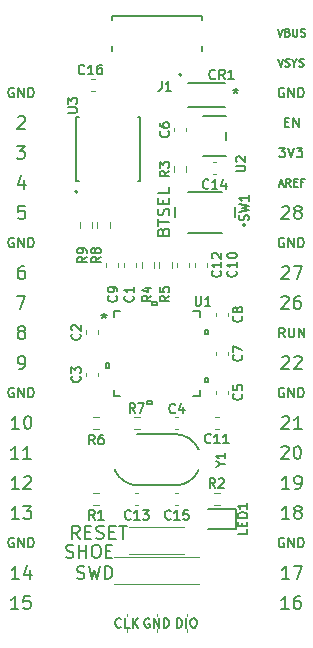
<source format=gto>
%TF.GenerationSoftware,KiCad,Pcbnew,(5.1.10)-1*%
%TF.CreationDate,2021-05-16T15:19:33-05:00*%
%TF.ProjectId,rpi-pico-debugger-shoe,7270692d-7069-4636-9f2d-646562756767,v01*%
%TF.SameCoordinates,Original*%
%TF.FileFunction,Legend,Top*%
%TF.FilePolarity,Positive*%
%FSLAX46Y46*%
G04 Gerber Fmt 4.6, Leading zero omitted, Abs format (unit mm)*
G04 Created by KiCad (PCBNEW (5.1.10)-1) date 2021-05-16 15:19:33*
%MOMM*%
%LPD*%
G01*
G04 APERTURE LIST*
%ADD10C,0.150000*%
%ADD11C,0.120000*%
%ADD12C,0.152400*%
%ADD13C,0.200000*%
%ADD14C,0.127000*%
%ADD15R,3.200400X1.041400*%
%ADD16R,1.041400X0.660400*%
%ADD17R,1.003300X0.508000*%
%ADD18R,0.580000X1.610000*%
%ADD19R,1.700000X1.700000*%
%ADD20O,1.700000X1.700000*%
%ADD21R,0.400000X1.350000*%
%ADD22R,1.600000X1.400000*%
%ADD23R,1.900000X1.900000*%
%ADD24C,1.800000*%
%ADD25R,3.200400X3.200400*%
%ADD26R,0.177800X0.812800*%
%ADD27R,0.812800X0.177800*%
%ADD28C,2.100000*%
%ADD29C,2.000000*%
%ADD30R,0.950000X0.950000*%
%ADD31R,1.143000X1.092200*%
G04 APERTURE END LIST*
D10*
X138048571Y-94192857D02*
X138096190Y-94050000D01*
X138143809Y-94002380D01*
X138239047Y-93954761D01*
X138381904Y-93954761D01*
X138477142Y-94002380D01*
X138524761Y-94050000D01*
X138572380Y-94145238D01*
X138572380Y-94526190D01*
X137572380Y-94526190D01*
X137572380Y-94192857D01*
X137620000Y-94097619D01*
X137667619Y-94050000D01*
X137762857Y-94002380D01*
X137858095Y-94002380D01*
X137953333Y-94050000D01*
X138000952Y-94097619D01*
X138048571Y-94192857D01*
X138048571Y-94526190D01*
X137572380Y-93669047D02*
X137572380Y-93097619D01*
X138572380Y-93383333D02*
X137572380Y-93383333D01*
X138524761Y-92811904D02*
X138572380Y-92669047D01*
X138572380Y-92430952D01*
X138524761Y-92335714D01*
X138477142Y-92288095D01*
X138381904Y-92240476D01*
X138286666Y-92240476D01*
X138191428Y-92288095D01*
X138143809Y-92335714D01*
X138096190Y-92430952D01*
X138048571Y-92621428D01*
X138000952Y-92716666D01*
X137953333Y-92764285D01*
X137858095Y-92811904D01*
X137762857Y-92811904D01*
X137667619Y-92764285D01*
X137620000Y-92716666D01*
X137572380Y-92621428D01*
X137572380Y-92383333D01*
X137620000Y-92240476D01*
X138048571Y-91811904D02*
X138048571Y-91478571D01*
X138572380Y-91335714D02*
X138572380Y-91811904D01*
X137572380Y-91811904D01*
X137572380Y-91335714D01*
X138572380Y-90430952D02*
X138572380Y-90907142D01*
X137572380Y-90907142D01*
D11*
X135160000Y-119180000D02*
X139840000Y-119180000D01*
X135160000Y-121460000D02*
X139840000Y-121460000D01*
X133900000Y-121720000D02*
X141100000Y-121720000D01*
X133900000Y-124000000D02*
X141100000Y-124000000D01*
X140040000Y-126540000D02*
X140040000Y-126750000D01*
X140040000Y-127860000D02*
X140040000Y-128070000D01*
X137500000Y-126540000D02*
X137500000Y-126750000D01*
X137500000Y-127860000D02*
X137500000Y-128070000D01*
X134960000Y-127860000D02*
X134960000Y-128070000D01*
X134960000Y-126540000D02*
X134960000Y-126750000D01*
D10*
X147748333Y-77014047D02*
X147965000Y-77664047D01*
X148181666Y-77014047D01*
X148615000Y-77323571D02*
X148707857Y-77354523D01*
X148738809Y-77385476D01*
X148769761Y-77447380D01*
X148769761Y-77540238D01*
X148738809Y-77602142D01*
X148707857Y-77633095D01*
X148645952Y-77664047D01*
X148398333Y-77664047D01*
X148398333Y-77014047D01*
X148615000Y-77014047D01*
X148676904Y-77045000D01*
X148707857Y-77075952D01*
X148738809Y-77137857D01*
X148738809Y-77199761D01*
X148707857Y-77261666D01*
X148676904Y-77292619D01*
X148615000Y-77323571D01*
X148398333Y-77323571D01*
X149048333Y-77014047D02*
X149048333Y-77540238D01*
X149079285Y-77602142D01*
X149110238Y-77633095D01*
X149172142Y-77664047D01*
X149295952Y-77664047D01*
X149357857Y-77633095D01*
X149388809Y-77602142D01*
X149419761Y-77540238D01*
X149419761Y-77014047D01*
X149698333Y-77633095D02*
X149791190Y-77664047D01*
X149945952Y-77664047D01*
X150007857Y-77633095D01*
X150038809Y-77602142D01*
X150069761Y-77540238D01*
X150069761Y-77478333D01*
X150038809Y-77416428D01*
X150007857Y-77385476D01*
X149945952Y-77354523D01*
X149822142Y-77323571D01*
X149760238Y-77292619D01*
X149729285Y-77261666D01*
X149698333Y-77199761D01*
X149698333Y-77137857D01*
X149729285Y-77075952D01*
X149760238Y-77045000D01*
X149822142Y-77014047D01*
X149976904Y-77014047D01*
X150069761Y-77045000D01*
X147775714Y-79554047D02*
X147992380Y-80204047D01*
X148209047Y-79554047D01*
X148394761Y-80173095D02*
X148487619Y-80204047D01*
X148642380Y-80204047D01*
X148704285Y-80173095D01*
X148735238Y-80142142D01*
X148766190Y-80080238D01*
X148766190Y-80018333D01*
X148735238Y-79956428D01*
X148704285Y-79925476D01*
X148642380Y-79894523D01*
X148518571Y-79863571D01*
X148456666Y-79832619D01*
X148425714Y-79801666D01*
X148394761Y-79739761D01*
X148394761Y-79677857D01*
X148425714Y-79615952D01*
X148456666Y-79585000D01*
X148518571Y-79554047D01*
X148673333Y-79554047D01*
X148766190Y-79585000D01*
X149168571Y-79894523D02*
X149168571Y-80204047D01*
X148951904Y-79554047D02*
X149168571Y-79894523D01*
X149385238Y-79554047D01*
X149570952Y-80173095D02*
X149663809Y-80204047D01*
X149818571Y-80204047D01*
X149880476Y-80173095D01*
X149911428Y-80142142D01*
X149942380Y-80080238D01*
X149942380Y-80018333D01*
X149911428Y-79956428D01*
X149880476Y-79925476D01*
X149818571Y-79894523D01*
X149694761Y-79863571D01*
X149632857Y-79832619D01*
X149601904Y-79801666D01*
X149570952Y-79739761D01*
X149570952Y-79677857D01*
X149601904Y-79615952D01*
X149632857Y-79585000D01*
X149694761Y-79554047D01*
X149849523Y-79554047D01*
X149942380Y-79585000D01*
X147899523Y-87091904D02*
X148394761Y-87091904D01*
X148128095Y-87396666D01*
X148242380Y-87396666D01*
X148318571Y-87434761D01*
X148356666Y-87472857D01*
X148394761Y-87549047D01*
X148394761Y-87739523D01*
X148356666Y-87815714D01*
X148318571Y-87853809D01*
X148242380Y-87891904D01*
X148013809Y-87891904D01*
X147937619Y-87853809D01*
X147899523Y-87815714D01*
X148623333Y-87091904D02*
X148890000Y-87891904D01*
X149156666Y-87091904D01*
X149347142Y-87091904D02*
X149842380Y-87091904D01*
X149575714Y-87396666D01*
X149690000Y-87396666D01*
X149766190Y-87434761D01*
X149804285Y-87472857D01*
X149842380Y-87549047D01*
X149842380Y-87739523D01*
X149804285Y-87815714D01*
X149766190Y-87853809D01*
X149690000Y-87891904D01*
X149461428Y-87891904D01*
X149385238Y-87853809D01*
X149347142Y-87815714D01*
X147887619Y-90178333D02*
X148197142Y-90178333D01*
X147825714Y-90364047D02*
X148042380Y-89714047D01*
X148259047Y-90364047D01*
X148847142Y-90364047D02*
X148630476Y-90054523D01*
X148475714Y-90364047D02*
X148475714Y-89714047D01*
X148723333Y-89714047D01*
X148785238Y-89745000D01*
X148816190Y-89775952D01*
X148847142Y-89837857D01*
X148847142Y-89930714D01*
X148816190Y-89992619D01*
X148785238Y-90023571D01*
X148723333Y-90054523D01*
X148475714Y-90054523D01*
X149125714Y-90023571D02*
X149342380Y-90023571D01*
X149435238Y-90364047D02*
X149125714Y-90364047D01*
X149125714Y-89714047D01*
X149435238Y-89714047D01*
X149930476Y-90023571D02*
X149713809Y-90023571D01*
X149713809Y-90364047D02*
X149713809Y-89714047D01*
X150023333Y-89714047D01*
X148280476Y-82050000D02*
X148204285Y-82011904D01*
X148090000Y-82011904D01*
X147975714Y-82050000D01*
X147899523Y-82126190D01*
X147861428Y-82202380D01*
X147823333Y-82354761D01*
X147823333Y-82469047D01*
X147861428Y-82621428D01*
X147899523Y-82697619D01*
X147975714Y-82773809D01*
X148090000Y-82811904D01*
X148166190Y-82811904D01*
X148280476Y-82773809D01*
X148318571Y-82735714D01*
X148318571Y-82469047D01*
X148166190Y-82469047D01*
X148661428Y-82811904D02*
X148661428Y-82011904D01*
X149118571Y-82811904D01*
X149118571Y-82011904D01*
X149499523Y-82811904D02*
X149499523Y-82011904D01*
X149690000Y-82011904D01*
X149804285Y-82050000D01*
X149880476Y-82126190D01*
X149918571Y-82202380D01*
X149956666Y-82354761D01*
X149956666Y-82469047D01*
X149918571Y-82621428D01*
X149880476Y-82697619D01*
X149804285Y-82773809D01*
X149690000Y-82811904D01*
X149499523Y-82811904D01*
X148349523Y-84932857D02*
X148616190Y-84932857D01*
X148730476Y-85351904D02*
X148349523Y-85351904D01*
X148349523Y-84551904D01*
X148730476Y-84551904D01*
X149073333Y-85351904D02*
X149073333Y-84551904D01*
X149530476Y-85351904D01*
X149530476Y-84551904D01*
X148280476Y-107450000D02*
X148204285Y-107411904D01*
X148090000Y-107411904D01*
X147975714Y-107450000D01*
X147899523Y-107526190D01*
X147861428Y-107602380D01*
X147823333Y-107754761D01*
X147823333Y-107869047D01*
X147861428Y-108021428D01*
X147899523Y-108097619D01*
X147975714Y-108173809D01*
X148090000Y-108211904D01*
X148166190Y-108211904D01*
X148280476Y-108173809D01*
X148318571Y-108135714D01*
X148318571Y-107869047D01*
X148166190Y-107869047D01*
X148661428Y-108211904D02*
X148661428Y-107411904D01*
X149118571Y-108211904D01*
X149118571Y-107411904D01*
X149499523Y-108211904D02*
X149499523Y-107411904D01*
X149690000Y-107411904D01*
X149804285Y-107450000D01*
X149880476Y-107526190D01*
X149918571Y-107602380D01*
X149956666Y-107754761D01*
X149956666Y-107869047D01*
X149918571Y-108021428D01*
X149880476Y-108097619D01*
X149804285Y-108173809D01*
X149690000Y-108211904D01*
X149499523Y-108211904D01*
X148280476Y-94750000D02*
X148204285Y-94711904D01*
X148090000Y-94711904D01*
X147975714Y-94750000D01*
X147899523Y-94826190D01*
X147861428Y-94902380D01*
X147823333Y-95054761D01*
X147823333Y-95169047D01*
X147861428Y-95321428D01*
X147899523Y-95397619D01*
X147975714Y-95473809D01*
X148090000Y-95511904D01*
X148166190Y-95511904D01*
X148280476Y-95473809D01*
X148318571Y-95435714D01*
X148318571Y-95169047D01*
X148166190Y-95169047D01*
X148661428Y-95511904D02*
X148661428Y-94711904D01*
X149118571Y-95511904D01*
X149118571Y-94711904D01*
X149499523Y-95511904D02*
X149499523Y-94711904D01*
X149690000Y-94711904D01*
X149804285Y-94750000D01*
X149880476Y-94826190D01*
X149918571Y-94902380D01*
X149956666Y-95054761D01*
X149956666Y-95169047D01*
X149918571Y-95321428D01*
X149880476Y-95397619D01*
X149804285Y-95473809D01*
X149690000Y-95511904D01*
X149499523Y-95511904D01*
X148101904Y-104812380D02*
X148154285Y-104760000D01*
X148259047Y-104707619D01*
X148520952Y-104707619D01*
X148625714Y-104760000D01*
X148678095Y-104812380D01*
X148730476Y-104917142D01*
X148730476Y-105021904D01*
X148678095Y-105179047D01*
X148049523Y-105807619D01*
X148730476Y-105807619D01*
X149149523Y-104812380D02*
X149201904Y-104760000D01*
X149306666Y-104707619D01*
X149568571Y-104707619D01*
X149673333Y-104760000D01*
X149725714Y-104812380D01*
X149778095Y-104917142D01*
X149778095Y-105021904D01*
X149725714Y-105179047D01*
X149097142Y-105807619D01*
X149778095Y-105807619D01*
X148051904Y-99732380D02*
X148104285Y-99680000D01*
X148209047Y-99627619D01*
X148470952Y-99627619D01*
X148575714Y-99680000D01*
X148628095Y-99732380D01*
X148680476Y-99837142D01*
X148680476Y-99941904D01*
X148628095Y-100099047D01*
X147999523Y-100727619D01*
X148680476Y-100727619D01*
X149623333Y-99627619D02*
X149413809Y-99627619D01*
X149309047Y-99680000D01*
X149256666Y-99732380D01*
X149151904Y-99889523D01*
X149099523Y-100099047D01*
X149099523Y-100518095D01*
X149151904Y-100622857D01*
X149204285Y-100675238D01*
X149309047Y-100727619D01*
X149518571Y-100727619D01*
X149623333Y-100675238D01*
X149675714Y-100622857D01*
X149728095Y-100518095D01*
X149728095Y-100256190D01*
X149675714Y-100151428D01*
X149623333Y-100099047D01*
X149518571Y-100046666D01*
X149309047Y-100046666D01*
X149204285Y-100099047D01*
X149151904Y-100151428D01*
X149099523Y-100256190D01*
X148101904Y-109892380D02*
X148154285Y-109840000D01*
X148259047Y-109787619D01*
X148520952Y-109787619D01*
X148625714Y-109840000D01*
X148678095Y-109892380D01*
X148730476Y-109997142D01*
X148730476Y-110101904D01*
X148678095Y-110259047D01*
X148049523Y-110887619D01*
X148730476Y-110887619D01*
X149778095Y-110887619D02*
X149149523Y-110887619D01*
X149463809Y-110887619D02*
X149463809Y-109787619D01*
X149359047Y-109944761D01*
X149254285Y-110049523D01*
X149149523Y-110101904D01*
X148280476Y-120150000D02*
X148204285Y-120111904D01*
X148090000Y-120111904D01*
X147975714Y-120150000D01*
X147899523Y-120226190D01*
X147861428Y-120302380D01*
X147823333Y-120454761D01*
X147823333Y-120569047D01*
X147861428Y-120721428D01*
X147899523Y-120797619D01*
X147975714Y-120873809D01*
X148090000Y-120911904D01*
X148166190Y-120911904D01*
X148280476Y-120873809D01*
X148318571Y-120835714D01*
X148318571Y-120569047D01*
X148166190Y-120569047D01*
X148661428Y-120911904D02*
X148661428Y-120111904D01*
X149118571Y-120911904D01*
X149118571Y-120111904D01*
X149499523Y-120911904D02*
X149499523Y-120111904D01*
X149690000Y-120111904D01*
X149804285Y-120150000D01*
X149880476Y-120226190D01*
X149918571Y-120302380D01*
X149956666Y-120454761D01*
X149956666Y-120569047D01*
X149918571Y-120721428D01*
X149880476Y-120797619D01*
X149804285Y-120873809D01*
X149690000Y-120911904D01*
X149499523Y-120911904D01*
X148680476Y-126127619D02*
X148051904Y-126127619D01*
X148366190Y-126127619D02*
X148366190Y-125027619D01*
X148261428Y-125184761D01*
X148156666Y-125289523D01*
X148051904Y-125341904D01*
X149623333Y-125027619D02*
X149413809Y-125027619D01*
X149309047Y-125080000D01*
X149256666Y-125132380D01*
X149151904Y-125289523D01*
X149099523Y-125499047D01*
X149099523Y-125918095D01*
X149151904Y-126022857D01*
X149204285Y-126075238D01*
X149309047Y-126127619D01*
X149518571Y-126127619D01*
X149623333Y-126075238D01*
X149675714Y-126022857D01*
X149728095Y-125918095D01*
X149728095Y-125656190D01*
X149675714Y-125551428D01*
X149623333Y-125499047D01*
X149518571Y-125446666D01*
X149309047Y-125446666D01*
X149204285Y-125499047D01*
X149151904Y-125551428D01*
X149099523Y-125656190D01*
X148730476Y-115967619D02*
X148101904Y-115967619D01*
X148416190Y-115967619D02*
X148416190Y-114867619D01*
X148311428Y-115024761D01*
X148206666Y-115129523D01*
X148101904Y-115181904D01*
X149254285Y-115967619D02*
X149463809Y-115967619D01*
X149568571Y-115915238D01*
X149620952Y-115862857D01*
X149725714Y-115705714D01*
X149778095Y-115496190D01*
X149778095Y-115077142D01*
X149725714Y-114972380D01*
X149673333Y-114920000D01*
X149568571Y-114867619D01*
X149359047Y-114867619D01*
X149254285Y-114920000D01*
X149201904Y-114972380D01*
X149149523Y-115077142D01*
X149149523Y-115339047D01*
X149201904Y-115443809D01*
X149254285Y-115496190D01*
X149359047Y-115548571D01*
X149568571Y-115548571D01*
X149673333Y-115496190D01*
X149725714Y-115443809D01*
X149778095Y-115339047D01*
X148101904Y-97192380D02*
X148154285Y-97140000D01*
X148259047Y-97087619D01*
X148520952Y-97087619D01*
X148625714Y-97140000D01*
X148678095Y-97192380D01*
X148730476Y-97297142D01*
X148730476Y-97401904D01*
X148678095Y-97559047D01*
X148049523Y-98187619D01*
X148730476Y-98187619D01*
X149097142Y-97087619D02*
X149830476Y-97087619D01*
X149359047Y-98187619D01*
X148101904Y-92112380D02*
X148154285Y-92060000D01*
X148259047Y-92007619D01*
X148520952Y-92007619D01*
X148625714Y-92060000D01*
X148678095Y-92112380D01*
X148730476Y-92217142D01*
X148730476Y-92321904D01*
X148678095Y-92479047D01*
X148049523Y-93107619D01*
X148730476Y-93107619D01*
X149359047Y-92479047D02*
X149254285Y-92426666D01*
X149201904Y-92374285D01*
X149149523Y-92269523D01*
X149149523Y-92217142D01*
X149201904Y-92112380D01*
X149254285Y-92060000D01*
X149359047Y-92007619D01*
X149568571Y-92007619D01*
X149673333Y-92060000D01*
X149725714Y-92112380D01*
X149778095Y-92217142D01*
X149778095Y-92269523D01*
X149725714Y-92374285D01*
X149673333Y-92426666D01*
X149568571Y-92479047D01*
X149359047Y-92479047D01*
X149254285Y-92531428D01*
X149201904Y-92583809D01*
X149149523Y-92688571D01*
X149149523Y-92898095D01*
X149201904Y-93002857D01*
X149254285Y-93055238D01*
X149359047Y-93107619D01*
X149568571Y-93107619D01*
X149673333Y-93055238D01*
X149725714Y-93002857D01*
X149778095Y-92898095D01*
X149778095Y-92688571D01*
X149725714Y-92583809D01*
X149673333Y-92531428D01*
X149568571Y-92479047D01*
X148730476Y-123587619D02*
X148101904Y-123587619D01*
X148416190Y-123587619D02*
X148416190Y-122487619D01*
X148311428Y-122644761D01*
X148206666Y-122749523D01*
X148101904Y-122801904D01*
X149097142Y-122487619D02*
X149830476Y-122487619D01*
X149359047Y-123587619D01*
X148051904Y-112432380D02*
X148104285Y-112380000D01*
X148209047Y-112327619D01*
X148470952Y-112327619D01*
X148575714Y-112380000D01*
X148628095Y-112432380D01*
X148680476Y-112537142D01*
X148680476Y-112641904D01*
X148628095Y-112799047D01*
X147999523Y-113427619D01*
X148680476Y-113427619D01*
X149361428Y-112327619D02*
X149466190Y-112327619D01*
X149570952Y-112380000D01*
X149623333Y-112432380D01*
X149675714Y-112537142D01*
X149728095Y-112746666D01*
X149728095Y-113008571D01*
X149675714Y-113218095D01*
X149623333Y-113322857D01*
X149570952Y-113375238D01*
X149466190Y-113427619D01*
X149361428Y-113427619D01*
X149256666Y-113375238D01*
X149204285Y-113322857D01*
X149151904Y-113218095D01*
X149099523Y-113008571D01*
X149099523Y-112746666D01*
X149151904Y-112537142D01*
X149204285Y-112432380D01*
X149256666Y-112380000D01*
X149361428Y-112327619D01*
X148730476Y-118507619D02*
X148101904Y-118507619D01*
X148416190Y-118507619D02*
X148416190Y-117407619D01*
X148311428Y-117564761D01*
X148206666Y-117669523D01*
X148101904Y-117721904D01*
X149359047Y-117879047D02*
X149254285Y-117826666D01*
X149201904Y-117774285D01*
X149149523Y-117669523D01*
X149149523Y-117617142D01*
X149201904Y-117512380D01*
X149254285Y-117460000D01*
X149359047Y-117407619D01*
X149568571Y-117407619D01*
X149673333Y-117460000D01*
X149725714Y-117512380D01*
X149778095Y-117617142D01*
X149778095Y-117669523D01*
X149725714Y-117774285D01*
X149673333Y-117826666D01*
X149568571Y-117879047D01*
X149359047Y-117879047D01*
X149254285Y-117931428D01*
X149201904Y-117983809D01*
X149149523Y-118088571D01*
X149149523Y-118298095D01*
X149201904Y-118402857D01*
X149254285Y-118455238D01*
X149359047Y-118507619D01*
X149568571Y-118507619D01*
X149673333Y-118455238D01*
X149725714Y-118402857D01*
X149778095Y-118298095D01*
X149778095Y-118088571D01*
X149725714Y-117983809D01*
X149673333Y-117931428D01*
X149568571Y-117879047D01*
X148349523Y-103131904D02*
X148082857Y-102750952D01*
X147892380Y-103131904D02*
X147892380Y-102331904D01*
X148197142Y-102331904D01*
X148273333Y-102370000D01*
X148311428Y-102408095D01*
X148349523Y-102484285D01*
X148349523Y-102598571D01*
X148311428Y-102674761D01*
X148273333Y-102712857D01*
X148197142Y-102750952D01*
X147892380Y-102750952D01*
X148692380Y-102331904D02*
X148692380Y-102979523D01*
X148730476Y-103055714D01*
X148768571Y-103093809D01*
X148844761Y-103131904D01*
X148997142Y-103131904D01*
X149073333Y-103093809D01*
X149111428Y-103055714D01*
X149149523Y-102979523D01*
X149149523Y-102331904D01*
X149530476Y-103131904D02*
X149530476Y-102331904D01*
X149987619Y-103131904D01*
X149987619Y-102331904D01*
X125800476Y-113427619D02*
X125171904Y-113427619D01*
X125486190Y-113427619D02*
X125486190Y-112327619D01*
X125381428Y-112484761D01*
X125276666Y-112589523D01*
X125171904Y-112641904D01*
X126848095Y-113427619D02*
X126219523Y-113427619D01*
X126533809Y-113427619D02*
X126533809Y-112327619D01*
X126429047Y-112484761D01*
X126324285Y-112589523D01*
X126219523Y-112641904D01*
X125850476Y-115967619D02*
X125221904Y-115967619D01*
X125536190Y-115967619D02*
X125536190Y-114867619D01*
X125431428Y-115024761D01*
X125326666Y-115129523D01*
X125221904Y-115181904D01*
X126269523Y-114972380D02*
X126321904Y-114920000D01*
X126426666Y-114867619D01*
X126688571Y-114867619D01*
X126793333Y-114920000D01*
X126845714Y-114972380D01*
X126898095Y-115077142D01*
X126898095Y-115181904D01*
X126845714Y-115339047D01*
X126217142Y-115967619D01*
X126898095Y-115967619D01*
X125400476Y-107450000D02*
X125324285Y-107411904D01*
X125210000Y-107411904D01*
X125095714Y-107450000D01*
X125019523Y-107526190D01*
X124981428Y-107602380D01*
X124943333Y-107754761D01*
X124943333Y-107869047D01*
X124981428Y-108021428D01*
X125019523Y-108097619D01*
X125095714Y-108173809D01*
X125210000Y-108211904D01*
X125286190Y-108211904D01*
X125400476Y-108173809D01*
X125438571Y-108135714D01*
X125438571Y-107869047D01*
X125286190Y-107869047D01*
X125781428Y-108211904D02*
X125781428Y-107411904D01*
X126238571Y-108211904D01*
X126238571Y-107411904D01*
X126619523Y-108211904D02*
X126619523Y-107411904D01*
X126810000Y-107411904D01*
X126924285Y-107450000D01*
X127000476Y-107526190D01*
X127038571Y-107602380D01*
X127076666Y-107754761D01*
X127076666Y-107869047D01*
X127038571Y-108021428D01*
X127000476Y-108097619D01*
X126924285Y-108173809D01*
X126810000Y-108211904D01*
X126619523Y-108211904D01*
X125850476Y-110887619D02*
X125221904Y-110887619D01*
X125536190Y-110887619D02*
X125536190Y-109787619D01*
X125431428Y-109944761D01*
X125326666Y-110049523D01*
X125221904Y-110101904D01*
X126531428Y-109787619D02*
X126636190Y-109787619D01*
X126740952Y-109840000D01*
X126793333Y-109892380D01*
X126845714Y-109997142D01*
X126898095Y-110206666D01*
X126898095Y-110468571D01*
X126845714Y-110678095D01*
X126793333Y-110782857D01*
X126740952Y-110835238D01*
X126636190Y-110887619D01*
X126531428Y-110887619D01*
X126426666Y-110835238D01*
X126374285Y-110782857D01*
X126321904Y-110678095D01*
X126269523Y-110468571D01*
X126269523Y-110206666D01*
X126321904Y-109997142D01*
X126374285Y-109892380D01*
X126426666Y-109840000D01*
X126531428Y-109787619D01*
X125400476Y-120150000D02*
X125324285Y-120111904D01*
X125210000Y-120111904D01*
X125095714Y-120150000D01*
X125019523Y-120226190D01*
X124981428Y-120302380D01*
X124943333Y-120454761D01*
X124943333Y-120569047D01*
X124981428Y-120721428D01*
X125019523Y-120797619D01*
X125095714Y-120873809D01*
X125210000Y-120911904D01*
X125286190Y-120911904D01*
X125400476Y-120873809D01*
X125438571Y-120835714D01*
X125438571Y-120569047D01*
X125286190Y-120569047D01*
X125781428Y-120911904D02*
X125781428Y-120111904D01*
X126238571Y-120911904D01*
X126238571Y-120111904D01*
X126619523Y-120911904D02*
X126619523Y-120111904D01*
X126810000Y-120111904D01*
X126924285Y-120150000D01*
X127000476Y-120226190D01*
X127038571Y-120302380D01*
X127076666Y-120454761D01*
X127076666Y-120569047D01*
X127038571Y-120721428D01*
X127000476Y-120797619D01*
X126924285Y-120873809D01*
X126810000Y-120911904D01*
X126619523Y-120911904D01*
X125800476Y-126127619D02*
X125171904Y-126127619D01*
X125486190Y-126127619D02*
X125486190Y-125027619D01*
X125381428Y-125184761D01*
X125276666Y-125289523D01*
X125171904Y-125341904D01*
X126795714Y-125027619D02*
X126271904Y-125027619D01*
X126219523Y-125551428D01*
X126271904Y-125499047D01*
X126376666Y-125446666D01*
X126638571Y-125446666D01*
X126743333Y-125499047D01*
X126795714Y-125551428D01*
X126848095Y-125656190D01*
X126848095Y-125918095D01*
X126795714Y-126022857D01*
X126743333Y-126075238D01*
X126638571Y-126127619D01*
X126376666Y-126127619D01*
X126271904Y-126075238D01*
X126219523Y-126022857D01*
X125850476Y-123587619D02*
X125221904Y-123587619D01*
X125536190Y-123587619D02*
X125536190Y-122487619D01*
X125431428Y-122644761D01*
X125326666Y-122749523D01*
X125221904Y-122801904D01*
X126793333Y-122854285D02*
X126793333Y-123587619D01*
X126531428Y-122435238D02*
X126269523Y-123220952D01*
X126950476Y-123220952D01*
X125850476Y-118507619D02*
X125221904Y-118507619D01*
X125536190Y-118507619D02*
X125536190Y-117407619D01*
X125431428Y-117564761D01*
X125326666Y-117669523D01*
X125221904Y-117721904D01*
X126217142Y-117407619D02*
X126898095Y-117407619D01*
X126531428Y-117826666D01*
X126688571Y-117826666D01*
X126793333Y-117879047D01*
X126845714Y-117931428D01*
X126898095Y-118036190D01*
X126898095Y-118298095D01*
X126845714Y-118402857D01*
X126793333Y-118455238D01*
X126688571Y-118507619D01*
X126374285Y-118507619D01*
X126269523Y-118455238D01*
X126217142Y-118402857D01*
X125643333Y-99627619D02*
X126376666Y-99627619D01*
X125905238Y-100727619D01*
X125955238Y-102639047D02*
X125850476Y-102586666D01*
X125798095Y-102534285D01*
X125745714Y-102429523D01*
X125745714Y-102377142D01*
X125798095Y-102272380D01*
X125850476Y-102220000D01*
X125955238Y-102167619D01*
X126164761Y-102167619D01*
X126269523Y-102220000D01*
X126321904Y-102272380D01*
X126374285Y-102377142D01*
X126374285Y-102429523D01*
X126321904Y-102534285D01*
X126269523Y-102586666D01*
X126164761Y-102639047D01*
X125955238Y-102639047D01*
X125850476Y-102691428D01*
X125798095Y-102743809D01*
X125745714Y-102848571D01*
X125745714Y-103058095D01*
X125798095Y-103162857D01*
X125850476Y-103215238D01*
X125955238Y-103267619D01*
X126164761Y-103267619D01*
X126269523Y-103215238D01*
X126321904Y-103162857D01*
X126374285Y-103058095D01*
X126374285Y-102848571D01*
X126321904Y-102743809D01*
X126269523Y-102691428D01*
X126164761Y-102639047D01*
X125400476Y-94750000D02*
X125324285Y-94711904D01*
X125210000Y-94711904D01*
X125095714Y-94750000D01*
X125019523Y-94826190D01*
X124981428Y-94902380D01*
X124943333Y-95054761D01*
X124943333Y-95169047D01*
X124981428Y-95321428D01*
X125019523Y-95397619D01*
X125095714Y-95473809D01*
X125210000Y-95511904D01*
X125286190Y-95511904D01*
X125400476Y-95473809D01*
X125438571Y-95435714D01*
X125438571Y-95169047D01*
X125286190Y-95169047D01*
X125781428Y-95511904D02*
X125781428Y-94711904D01*
X126238571Y-95511904D01*
X126238571Y-94711904D01*
X126619523Y-95511904D02*
X126619523Y-94711904D01*
X126810000Y-94711904D01*
X126924285Y-94750000D01*
X127000476Y-94826190D01*
X127038571Y-94902380D01*
X127076666Y-95054761D01*
X127076666Y-95169047D01*
X127038571Y-95321428D01*
X127000476Y-95397619D01*
X126924285Y-95473809D01*
X126810000Y-95511904D01*
X126619523Y-95511904D01*
X126269523Y-97087619D02*
X126060000Y-97087619D01*
X125955238Y-97140000D01*
X125902857Y-97192380D01*
X125798095Y-97349523D01*
X125745714Y-97559047D01*
X125745714Y-97978095D01*
X125798095Y-98082857D01*
X125850476Y-98135238D01*
X125955238Y-98187619D01*
X126164761Y-98187619D01*
X126269523Y-98135238D01*
X126321904Y-98082857D01*
X126374285Y-97978095D01*
X126374285Y-97716190D01*
X126321904Y-97611428D01*
X126269523Y-97559047D01*
X126164761Y-97506666D01*
X125955238Y-97506666D01*
X125850476Y-97559047D01*
X125798095Y-97611428D01*
X125745714Y-97716190D01*
X125850476Y-105807619D02*
X126060000Y-105807619D01*
X126164761Y-105755238D01*
X126217142Y-105702857D01*
X126321904Y-105545714D01*
X126374285Y-105336190D01*
X126374285Y-104917142D01*
X126321904Y-104812380D01*
X126269523Y-104760000D01*
X126164761Y-104707619D01*
X125955238Y-104707619D01*
X125850476Y-104760000D01*
X125798095Y-104812380D01*
X125745714Y-104917142D01*
X125745714Y-105179047D01*
X125798095Y-105283809D01*
X125850476Y-105336190D01*
X125955238Y-105388571D01*
X126164761Y-105388571D01*
X126269523Y-105336190D01*
X126321904Y-105283809D01*
X126374285Y-105179047D01*
X126321904Y-92007619D02*
X125798095Y-92007619D01*
X125745714Y-92531428D01*
X125798095Y-92479047D01*
X125902857Y-92426666D01*
X126164761Y-92426666D01*
X126269523Y-92479047D01*
X126321904Y-92531428D01*
X126374285Y-92636190D01*
X126374285Y-92898095D01*
X126321904Y-93002857D01*
X126269523Y-93055238D01*
X126164761Y-93107619D01*
X125902857Y-93107619D01*
X125798095Y-93055238D01*
X125745714Y-93002857D01*
X125643333Y-86927619D02*
X126324285Y-86927619D01*
X125957619Y-87346666D01*
X126114761Y-87346666D01*
X126219523Y-87399047D01*
X126271904Y-87451428D01*
X126324285Y-87556190D01*
X126324285Y-87818095D01*
X126271904Y-87922857D01*
X126219523Y-87975238D01*
X126114761Y-88027619D01*
X125800476Y-88027619D01*
X125695714Y-87975238D01*
X125643333Y-87922857D01*
X126269523Y-89834285D02*
X126269523Y-90567619D01*
X126007619Y-89415238D02*
X125745714Y-90200952D01*
X126426666Y-90200952D01*
X125745714Y-84492380D02*
X125798095Y-84440000D01*
X125902857Y-84387619D01*
X126164761Y-84387619D01*
X126269523Y-84440000D01*
X126321904Y-84492380D01*
X126374285Y-84597142D01*
X126374285Y-84701904D01*
X126321904Y-84859047D01*
X125693333Y-85487619D01*
X126374285Y-85487619D01*
X125400476Y-82050000D02*
X125324285Y-82011904D01*
X125210000Y-82011904D01*
X125095714Y-82050000D01*
X125019523Y-82126190D01*
X124981428Y-82202380D01*
X124943333Y-82354761D01*
X124943333Y-82469047D01*
X124981428Y-82621428D01*
X125019523Y-82697619D01*
X125095714Y-82773809D01*
X125210000Y-82811904D01*
X125286190Y-82811904D01*
X125400476Y-82773809D01*
X125438571Y-82735714D01*
X125438571Y-82469047D01*
X125286190Y-82469047D01*
X125781428Y-82811904D02*
X125781428Y-82011904D01*
X126238571Y-82811904D01*
X126238571Y-82011904D01*
X126619523Y-82811904D02*
X126619523Y-82011904D01*
X126810000Y-82011904D01*
X126924285Y-82050000D01*
X127000476Y-82126190D01*
X127038571Y-82202380D01*
X127076666Y-82354761D01*
X127076666Y-82469047D01*
X127038571Y-82621428D01*
X127000476Y-82697619D01*
X126924285Y-82773809D01*
X126810000Y-82811904D01*
X126619523Y-82811904D01*
X129814404Y-121745238D02*
X129971547Y-121797619D01*
X130233452Y-121797619D01*
X130338214Y-121745238D01*
X130390595Y-121692857D01*
X130442976Y-121588095D01*
X130442976Y-121483333D01*
X130390595Y-121378571D01*
X130338214Y-121326190D01*
X130233452Y-121273809D01*
X130023928Y-121221428D01*
X129919166Y-121169047D01*
X129866785Y-121116666D01*
X129814404Y-121011904D01*
X129814404Y-120907142D01*
X129866785Y-120802380D01*
X129919166Y-120750000D01*
X130023928Y-120697619D01*
X130285833Y-120697619D01*
X130442976Y-120750000D01*
X130914404Y-121797619D02*
X130914404Y-120697619D01*
X130914404Y-121221428D02*
X131542976Y-121221428D01*
X131542976Y-121797619D02*
X131542976Y-120697619D01*
X132276309Y-120697619D02*
X132485833Y-120697619D01*
X132590595Y-120750000D01*
X132695357Y-120854761D01*
X132747738Y-121064285D01*
X132747738Y-121430952D01*
X132695357Y-121640476D01*
X132590595Y-121745238D01*
X132485833Y-121797619D01*
X132276309Y-121797619D01*
X132171547Y-121745238D01*
X132066785Y-121640476D01*
X132014404Y-121430952D01*
X132014404Y-121064285D01*
X132066785Y-120854761D01*
X132171547Y-120750000D01*
X132276309Y-120697619D01*
X133219166Y-121221428D02*
X133585833Y-121221428D01*
X133742976Y-121797619D02*
X133219166Y-121797619D01*
X133219166Y-120697619D01*
X133742976Y-120697619D01*
X130757261Y-123545238D02*
X130914404Y-123597619D01*
X131176309Y-123597619D01*
X131281071Y-123545238D01*
X131333452Y-123492857D01*
X131385833Y-123388095D01*
X131385833Y-123283333D01*
X131333452Y-123178571D01*
X131281071Y-123126190D01*
X131176309Y-123073809D01*
X130966785Y-123021428D01*
X130862023Y-122969047D01*
X130809642Y-122916666D01*
X130757261Y-122811904D01*
X130757261Y-122707142D01*
X130809642Y-122602380D01*
X130862023Y-122550000D01*
X130966785Y-122497619D01*
X131228690Y-122497619D01*
X131385833Y-122550000D01*
X131752500Y-122497619D02*
X132014404Y-123597619D01*
X132223928Y-122811904D01*
X132433452Y-123597619D01*
X132695357Y-122497619D01*
X133114404Y-123597619D02*
X133114404Y-122497619D01*
X133376309Y-122497619D01*
X133533452Y-122550000D01*
X133638214Y-122654761D01*
X133690595Y-122759523D01*
X133742976Y-122969047D01*
X133742976Y-123126190D01*
X133690595Y-123335714D01*
X133638214Y-123440476D01*
X133533452Y-123545238D01*
X133376309Y-123597619D01*
X133114404Y-123597619D01*
X136890476Y-126950000D02*
X136814285Y-126911904D01*
X136700000Y-126911904D01*
X136585714Y-126950000D01*
X136509523Y-127026190D01*
X136471428Y-127102380D01*
X136433333Y-127254761D01*
X136433333Y-127369047D01*
X136471428Y-127521428D01*
X136509523Y-127597619D01*
X136585714Y-127673809D01*
X136700000Y-127711904D01*
X136776190Y-127711904D01*
X136890476Y-127673809D01*
X136928571Y-127635714D01*
X136928571Y-127369047D01*
X136776190Y-127369047D01*
X137271428Y-127711904D02*
X137271428Y-126911904D01*
X137728571Y-127711904D01*
X137728571Y-126911904D01*
X138109523Y-127711904D02*
X138109523Y-126911904D01*
X138300000Y-126911904D01*
X138414285Y-126950000D01*
X138490476Y-127026190D01*
X138528571Y-127102380D01*
X138566666Y-127254761D01*
X138566666Y-127369047D01*
X138528571Y-127521428D01*
X138490476Y-127597619D01*
X138414285Y-127673809D01*
X138300000Y-127711904D01*
X138109523Y-127711904D01*
X139220952Y-127711904D02*
X139220952Y-126911904D01*
X139411428Y-126911904D01*
X139525714Y-126950000D01*
X139601904Y-127026190D01*
X139640000Y-127102380D01*
X139678095Y-127254761D01*
X139678095Y-127369047D01*
X139640000Y-127521428D01*
X139601904Y-127597619D01*
X139525714Y-127673809D01*
X139411428Y-127711904D01*
X139220952Y-127711904D01*
X140020952Y-127711904D02*
X140020952Y-126911904D01*
X140554285Y-126911904D02*
X140706666Y-126911904D01*
X140782857Y-126950000D01*
X140859047Y-127026190D01*
X140897142Y-127178571D01*
X140897142Y-127445238D01*
X140859047Y-127597619D01*
X140782857Y-127673809D01*
X140706666Y-127711904D01*
X140554285Y-127711904D01*
X140478095Y-127673809D01*
X140401904Y-127597619D01*
X140363809Y-127445238D01*
X140363809Y-127178571D01*
X140401904Y-127026190D01*
X140478095Y-126950000D01*
X140554285Y-126911904D01*
X134483809Y-127635714D02*
X134445714Y-127673809D01*
X134331428Y-127711904D01*
X134255238Y-127711904D01*
X134140952Y-127673809D01*
X134064761Y-127597619D01*
X134026666Y-127521428D01*
X133988571Y-127369047D01*
X133988571Y-127254761D01*
X134026666Y-127102380D01*
X134064761Y-127026190D01*
X134140952Y-126950000D01*
X134255238Y-126911904D01*
X134331428Y-126911904D01*
X134445714Y-126950000D01*
X134483809Y-126988095D01*
X135207619Y-127711904D02*
X134826666Y-127711904D01*
X134826666Y-126911904D01*
X135474285Y-127711904D02*
X135474285Y-126911904D01*
X135931428Y-127711904D02*
X135588571Y-127254761D01*
X135931428Y-126911904D02*
X135474285Y-127369047D01*
X130976785Y-120187619D02*
X130610119Y-119663809D01*
X130348214Y-120187619D02*
X130348214Y-119087619D01*
X130767261Y-119087619D01*
X130872023Y-119140000D01*
X130924404Y-119192380D01*
X130976785Y-119297142D01*
X130976785Y-119454285D01*
X130924404Y-119559047D01*
X130872023Y-119611428D01*
X130767261Y-119663809D01*
X130348214Y-119663809D01*
X131448214Y-119611428D02*
X131814880Y-119611428D01*
X131972023Y-120187619D02*
X131448214Y-120187619D01*
X131448214Y-119087619D01*
X131972023Y-119087619D01*
X132391071Y-120135238D02*
X132548214Y-120187619D01*
X132810119Y-120187619D01*
X132914880Y-120135238D01*
X132967261Y-120082857D01*
X133019642Y-119978095D01*
X133019642Y-119873333D01*
X132967261Y-119768571D01*
X132914880Y-119716190D01*
X132810119Y-119663809D01*
X132600595Y-119611428D01*
X132495833Y-119559047D01*
X132443452Y-119506666D01*
X132391071Y-119401904D01*
X132391071Y-119297142D01*
X132443452Y-119192380D01*
X132495833Y-119140000D01*
X132600595Y-119087619D01*
X132862500Y-119087619D01*
X133019642Y-119140000D01*
X133491071Y-119611428D02*
X133857738Y-119611428D01*
X134014880Y-120187619D02*
X133491071Y-120187619D01*
X133491071Y-119087619D01*
X134014880Y-119087619D01*
X134329166Y-119087619D02*
X134957738Y-119087619D01*
X134643452Y-120187619D02*
X134643452Y-119087619D01*
D12*
%TO.C,Y1*%
X141059676Y-114352039D02*
G75*
G02*
X139062100Y-115671700I-1997576J852039D01*
G01*
X133940923Y-114353441D02*
G75*
G03*
X135937900Y-115671700I1996977J853441D01*
G01*
X141059078Y-112646560D02*
G75*
G03*
X139062100Y-111328300I-1996978J-853440D01*
G01*
X133940922Y-114353440D02*
G75*
G03*
X135937900Y-115671700I1996978J853440D01*
G01*
X135810900Y-111328300D02*
X139189100Y-111328300D01*
X139189100Y-115671700D02*
X135810900Y-115671700D01*
%TO.C,SW1*%
X143070447Y-90822800D02*
X140129553Y-90822800D01*
X139072700Y-92137941D02*
X139072700Y-92962059D01*
X140129553Y-94277200D02*
X143070447Y-94277200D01*
X144127300Y-92962059D02*
X144127300Y-92137941D01*
D13*
X145000000Y-93630000D02*
G75*
G03*
X145000000Y-93630000I-100000J0D01*
G01*
D12*
%TO.C,U2*%
X141422100Y-87776400D02*
X143377900Y-87776400D01*
X143377900Y-86463261D02*
X143377900Y-85736739D01*
X143377900Y-84423600D02*
X141422100Y-84423600D01*
D13*
%TO.C,U3*%
X130800000Y-90800000D02*
G75*
G03*
X130800000Y-90800000I-100000J0D01*
G01*
D14*
X130710000Y-89890000D02*
X130710000Y-84510000D01*
X136090000Y-89890000D02*
X136090000Y-84510000D01*
X130710000Y-89890000D02*
X130890000Y-89890000D01*
X130710000Y-84510000D02*
X130890000Y-84510000D01*
X135910000Y-84510000D02*
X136090000Y-84510000D01*
X135910000Y-89890000D02*
X136090000Y-89890000D01*
%TO.C,J1*%
X133700000Y-76300000D02*
X133700000Y-76000000D01*
X141300000Y-76300000D02*
X141300000Y-76000000D01*
X133700000Y-78500000D02*
X133700000Y-78900000D01*
X141300000Y-78900000D02*
X141300000Y-78500000D01*
X141300000Y-75950000D02*
X133700000Y-75950000D01*
D13*
X139600000Y-80900000D02*
G75*
G03*
X139600000Y-80900000I-100000J0D01*
G01*
D12*
%TO.C,U1*%
X133867800Y-108132200D02*
X134436760Y-108132200D01*
X141132200Y-108132200D02*
X141132200Y-107563240D01*
X141132200Y-100867800D02*
X140563240Y-100867800D01*
X133867800Y-100867800D02*
X133867800Y-101436760D01*
X133867800Y-107563240D02*
X133867800Y-108132200D01*
X140563240Y-108132200D02*
X141132200Y-108132200D01*
X141132200Y-101436760D02*
X141132200Y-100867800D01*
X134436760Y-100867800D02*
X133867800Y-100867800D01*
X133182000Y-105325500D02*
X133182000Y-105706500D01*
X133182000Y-105706500D02*
X133436000Y-105706500D01*
X133436000Y-105706500D02*
X133436000Y-105325500D01*
X133436000Y-105325500D02*
X133182000Y-105325500D01*
X136699900Y-108564000D02*
X136699900Y-108818000D01*
X136699900Y-108818000D02*
X137080900Y-108818000D01*
X137080900Y-108818000D02*
X137080900Y-108564000D01*
X137080900Y-108564000D02*
X136699900Y-108564000D01*
X141818000Y-106544700D02*
X141818000Y-106925700D01*
X141818000Y-106925700D02*
X141564000Y-106925700D01*
X141564000Y-106925700D02*
X141564000Y-106544700D01*
X141564000Y-106544700D02*
X141818000Y-106544700D01*
X141818000Y-102480700D02*
X141818000Y-102861700D01*
X141818000Y-102861700D02*
X141564000Y-102861700D01*
X141564000Y-102861700D02*
X141564000Y-102480700D01*
X141564000Y-102480700D02*
X141818000Y-102480700D01*
X137106300Y-100436000D02*
X137106300Y-100182000D01*
X137106300Y-100182000D02*
X137487300Y-100182000D01*
X137487300Y-100182000D02*
X137487300Y-100436000D01*
X137487300Y-100436000D02*
X137106300Y-100436000D01*
D11*
%TO.C,R4*%
X137272500Y-96745276D02*
X137272500Y-97254724D01*
X136227500Y-96745276D02*
X136227500Y-97254724D01*
%TO.C,R9*%
X132477500Y-93854724D02*
X132477500Y-93345276D01*
X133522500Y-93854724D02*
X133522500Y-93345276D01*
%TO.C,R8*%
X132022500Y-93345276D02*
X132022500Y-93854724D01*
X130977500Y-93345276D02*
X130977500Y-93854724D01*
%TO.C,R7*%
X135545276Y-109877500D02*
X136054724Y-109877500D01*
X135545276Y-110922500D02*
X136054724Y-110922500D01*
%TO.C,R6*%
X132654724Y-110922500D02*
X132145276Y-110922500D01*
X132654724Y-109877500D02*
X132145276Y-109877500D01*
%TO.C,R5*%
X138772500Y-96745276D02*
X138772500Y-97254724D01*
X137727500Y-96745276D02*
X137727500Y-97254724D01*
%TO.C,R3*%
X140022500Y-88645276D02*
X140022500Y-89154724D01*
X138977500Y-88645276D02*
X138977500Y-89154724D01*
%TO.C,R2*%
X142854724Y-117322500D02*
X142345276Y-117322500D01*
X142854724Y-116277500D02*
X142345276Y-116277500D01*
%TO.C,R1*%
X132145276Y-116277500D02*
X132654724Y-116277500D01*
X132145276Y-117322500D02*
X132654724Y-117322500D01*
D13*
%TO.C,LED1*%
X141850000Y-119325000D02*
X144175000Y-119325000D01*
X144175000Y-119325000D02*
X144175000Y-117675000D01*
X144175000Y-117675000D02*
X141850000Y-117675000D01*
D12*
%TO.C,CR1*%
X143274800Y-81571300D02*
X140125200Y-81571300D01*
X140125200Y-83628700D02*
X143274800Y-83628700D01*
D11*
%TO.C,C16*%
X131953733Y-81290000D02*
X132246267Y-81290000D01*
X131953733Y-82310000D02*
X132246267Y-82310000D01*
%TO.C,C15*%
X139346267Y-117310000D02*
X139053733Y-117310000D01*
X139346267Y-116290000D02*
X139053733Y-116290000D01*
%TO.C,C14*%
X142546267Y-89310000D02*
X142253733Y-89310000D01*
X142546267Y-88290000D02*
X142253733Y-88290000D01*
%TO.C,C13*%
X135653733Y-116290000D02*
X135946267Y-116290000D01*
X135653733Y-117310000D02*
X135946267Y-117310000D01*
%TO.C,C12*%
X139240000Y-97146267D02*
X139240000Y-96853733D01*
X140260000Y-97146267D02*
X140260000Y-96853733D01*
%TO.C,C11*%
X142453733Y-109890000D02*
X142746267Y-109890000D01*
X142453733Y-110910000D02*
X142746267Y-110910000D01*
%TO.C,C10*%
X140740000Y-97146267D02*
X140740000Y-96853733D01*
X141760000Y-97146267D02*
X141760000Y-96853733D01*
%TO.C,C9*%
X133240000Y-97146267D02*
X133240000Y-96853733D01*
X134260000Y-97146267D02*
X134260000Y-96853733D01*
%TO.C,C8*%
X143510000Y-101053733D02*
X143510000Y-101346267D01*
X142490000Y-101053733D02*
X142490000Y-101346267D01*
%TO.C,C7*%
X143510000Y-104353733D02*
X143510000Y-104646267D01*
X142490000Y-104353733D02*
X142490000Y-104646267D01*
%TO.C,C6*%
X138990000Y-85683767D02*
X138990000Y-85391233D01*
X140010000Y-85683767D02*
X140010000Y-85391233D01*
%TO.C,C5*%
X143510000Y-107653733D02*
X143510000Y-107946267D01*
X142490000Y-107653733D02*
X142490000Y-107946267D01*
%TO.C,C4*%
X139053733Y-109890000D02*
X139346267Y-109890000D01*
X139053733Y-110910000D02*
X139346267Y-110910000D01*
%TO.C,C3*%
X132510000Y-106153733D02*
X132510000Y-106446267D01*
X131490000Y-106153733D02*
X131490000Y-106446267D01*
%TO.C,C2*%
X132510000Y-102553733D02*
X132510000Y-102846267D01*
X131490000Y-102553733D02*
X131490000Y-102846267D01*
%TO.C,C1*%
X134740000Y-97146267D02*
X134740000Y-96853733D01*
X135760000Y-97146267D02*
X135760000Y-96853733D01*
%TO.C,Y1*%
D10*
X142930952Y-113880952D02*
X143311904Y-113880952D01*
X142511904Y-114147619D02*
X142930952Y-113880952D01*
X142511904Y-113614285D01*
X143311904Y-112928571D02*
X143311904Y-113385714D01*
X143311904Y-113157142D02*
X142511904Y-113157142D01*
X142626190Y-113233333D01*
X142702380Y-113309523D01*
X142740476Y-113385714D01*
%TO.C,SW1*%
X145243809Y-93226666D02*
X145281904Y-93112380D01*
X145281904Y-92921904D01*
X145243809Y-92845714D01*
X145205714Y-92807619D01*
X145129523Y-92769523D01*
X145053333Y-92769523D01*
X144977142Y-92807619D01*
X144939047Y-92845714D01*
X144900952Y-92921904D01*
X144862857Y-93074285D01*
X144824761Y-93150476D01*
X144786666Y-93188571D01*
X144710476Y-93226666D01*
X144634285Y-93226666D01*
X144558095Y-93188571D01*
X144520000Y-93150476D01*
X144481904Y-93074285D01*
X144481904Y-92883809D01*
X144520000Y-92769523D01*
X144481904Y-92502857D02*
X145281904Y-92312380D01*
X144710476Y-92160000D01*
X145281904Y-92007619D01*
X144481904Y-91817142D01*
X145281904Y-91093333D02*
X145281904Y-91550476D01*
X145281904Y-91321904D02*
X144481904Y-91321904D01*
X144596190Y-91398095D01*
X144672380Y-91474285D01*
X144710476Y-91550476D01*
%TO.C,U2*%
X144211904Y-89059523D02*
X144859523Y-89059523D01*
X144935714Y-89021428D01*
X144973809Y-88983333D01*
X145011904Y-88907142D01*
X145011904Y-88754761D01*
X144973809Y-88678571D01*
X144935714Y-88640476D01*
X144859523Y-88602380D01*
X144211904Y-88602380D01*
X144288095Y-88259523D02*
X144250000Y-88221428D01*
X144211904Y-88145238D01*
X144211904Y-87954761D01*
X144250000Y-87878571D01*
X144288095Y-87840476D01*
X144364285Y-87802380D01*
X144440476Y-87802380D01*
X144554761Y-87840476D01*
X145011904Y-88297619D01*
X145011904Y-87802380D01*
%TO.C,U3*%
X129961904Y-84109523D02*
X130609523Y-84109523D01*
X130685714Y-84071428D01*
X130723809Y-84033333D01*
X130761904Y-83957142D01*
X130761904Y-83804761D01*
X130723809Y-83728571D01*
X130685714Y-83690476D01*
X130609523Y-83652380D01*
X129961904Y-83652380D01*
X129961904Y-83347619D02*
X129961904Y-82852380D01*
X130266666Y-83119047D01*
X130266666Y-83004761D01*
X130304761Y-82928571D01*
X130342857Y-82890476D01*
X130419047Y-82852380D01*
X130609523Y-82852380D01*
X130685714Y-82890476D01*
X130723809Y-82928571D01*
X130761904Y-83004761D01*
X130761904Y-83233333D01*
X130723809Y-83309523D01*
X130685714Y-83347619D01*
%TO.C,J1*%
X137912743Y-81450824D02*
X137912743Y-82022253D01*
X137874648Y-82136539D01*
X137798457Y-82212729D01*
X137684171Y-82250824D01*
X137607981Y-82250824D01*
X138712743Y-82250824D02*
X138255600Y-82250824D01*
X138484171Y-82250824D02*
X138484171Y-81450824D01*
X138407981Y-81565110D01*
X138331790Y-81641300D01*
X138255600Y-81679396D01*
%TO.C,U1*%
X140790476Y-99661904D02*
X140790476Y-100309523D01*
X140828571Y-100385714D01*
X140866666Y-100423809D01*
X140942857Y-100461904D01*
X141095238Y-100461904D01*
X141171428Y-100423809D01*
X141209523Y-100385714D01*
X141247619Y-100309523D01*
X141247619Y-99661904D01*
X142047619Y-100461904D02*
X141590476Y-100461904D01*
X141819047Y-100461904D02*
X141819047Y-99661904D01*
X141742857Y-99776190D01*
X141666666Y-99852380D01*
X141590476Y-99890476D01*
X133055000Y-101107580D02*
X133055000Y-101345676D01*
X132816904Y-101250438D02*
X133055000Y-101345676D01*
X133293095Y-101250438D01*
X132912142Y-101536152D02*
X133055000Y-101345676D01*
X133197857Y-101536152D01*
%TO.C,R4*%
X137061904Y-99633333D02*
X136680952Y-99900000D01*
X137061904Y-100090476D02*
X136261904Y-100090476D01*
X136261904Y-99785714D01*
X136300000Y-99709523D01*
X136338095Y-99671428D01*
X136414285Y-99633333D01*
X136528571Y-99633333D01*
X136604761Y-99671428D01*
X136642857Y-99709523D01*
X136680952Y-99785714D01*
X136680952Y-100090476D01*
X136528571Y-98947619D02*
X137061904Y-98947619D01*
X136223809Y-99138095D02*
X136795238Y-99328571D01*
X136795238Y-98833333D01*
%TO.C,R9*%
X131561904Y-96333333D02*
X131180952Y-96600000D01*
X131561904Y-96790476D02*
X130761904Y-96790476D01*
X130761904Y-96485714D01*
X130800000Y-96409523D01*
X130838095Y-96371428D01*
X130914285Y-96333333D01*
X131028571Y-96333333D01*
X131104761Y-96371428D01*
X131142857Y-96409523D01*
X131180952Y-96485714D01*
X131180952Y-96790476D01*
X131561904Y-95952380D02*
X131561904Y-95800000D01*
X131523809Y-95723809D01*
X131485714Y-95685714D01*
X131371428Y-95609523D01*
X131219047Y-95571428D01*
X130914285Y-95571428D01*
X130838095Y-95609523D01*
X130800000Y-95647619D01*
X130761904Y-95723809D01*
X130761904Y-95876190D01*
X130800000Y-95952380D01*
X130838095Y-95990476D01*
X130914285Y-96028571D01*
X131104761Y-96028571D01*
X131180952Y-95990476D01*
X131219047Y-95952380D01*
X131257142Y-95876190D01*
X131257142Y-95723809D01*
X131219047Y-95647619D01*
X131180952Y-95609523D01*
X131104761Y-95571428D01*
%TO.C,R8*%
X132761904Y-96333333D02*
X132380952Y-96600000D01*
X132761904Y-96790476D02*
X131961904Y-96790476D01*
X131961904Y-96485714D01*
X132000000Y-96409523D01*
X132038095Y-96371428D01*
X132114285Y-96333333D01*
X132228571Y-96333333D01*
X132304761Y-96371428D01*
X132342857Y-96409523D01*
X132380952Y-96485714D01*
X132380952Y-96790476D01*
X132304761Y-95876190D02*
X132266666Y-95952380D01*
X132228571Y-95990476D01*
X132152380Y-96028571D01*
X132114285Y-96028571D01*
X132038095Y-95990476D01*
X132000000Y-95952380D01*
X131961904Y-95876190D01*
X131961904Y-95723809D01*
X132000000Y-95647619D01*
X132038095Y-95609523D01*
X132114285Y-95571428D01*
X132152380Y-95571428D01*
X132228571Y-95609523D01*
X132266666Y-95647619D01*
X132304761Y-95723809D01*
X132304761Y-95876190D01*
X132342857Y-95952380D01*
X132380952Y-95990476D01*
X132457142Y-96028571D01*
X132609523Y-96028571D01*
X132685714Y-95990476D01*
X132723809Y-95952380D01*
X132761904Y-95876190D01*
X132761904Y-95723809D01*
X132723809Y-95647619D01*
X132685714Y-95609523D01*
X132609523Y-95571428D01*
X132457142Y-95571428D01*
X132380952Y-95609523D01*
X132342857Y-95647619D01*
X132304761Y-95723809D01*
%TO.C,R7*%
X135666666Y-109511904D02*
X135400000Y-109130952D01*
X135209523Y-109511904D02*
X135209523Y-108711904D01*
X135514285Y-108711904D01*
X135590476Y-108750000D01*
X135628571Y-108788095D01*
X135666666Y-108864285D01*
X135666666Y-108978571D01*
X135628571Y-109054761D01*
X135590476Y-109092857D01*
X135514285Y-109130952D01*
X135209523Y-109130952D01*
X135933333Y-108711904D02*
X136466666Y-108711904D01*
X136123809Y-109511904D01*
%TO.C,R6*%
X132266666Y-112191904D02*
X132000000Y-111810952D01*
X131809523Y-112191904D02*
X131809523Y-111391904D01*
X132114285Y-111391904D01*
X132190476Y-111430000D01*
X132228571Y-111468095D01*
X132266666Y-111544285D01*
X132266666Y-111658571D01*
X132228571Y-111734761D01*
X132190476Y-111772857D01*
X132114285Y-111810952D01*
X131809523Y-111810952D01*
X132952380Y-111391904D02*
X132800000Y-111391904D01*
X132723809Y-111430000D01*
X132685714Y-111468095D01*
X132609523Y-111582380D01*
X132571428Y-111734761D01*
X132571428Y-112039523D01*
X132609523Y-112115714D01*
X132647619Y-112153809D01*
X132723809Y-112191904D01*
X132876190Y-112191904D01*
X132952380Y-112153809D01*
X132990476Y-112115714D01*
X133028571Y-112039523D01*
X133028571Y-111849047D01*
X132990476Y-111772857D01*
X132952380Y-111734761D01*
X132876190Y-111696666D01*
X132723809Y-111696666D01*
X132647619Y-111734761D01*
X132609523Y-111772857D01*
X132571428Y-111849047D01*
%TO.C,R5*%
X138561904Y-99633333D02*
X138180952Y-99900000D01*
X138561904Y-100090476D02*
X137761904Y-100090476D01*
X137761904Y-99785714D01*
X137800000Y-99709523D01*
X137838095Y-99671428D01*
X137914285Y-99633333D01*
X138028571Y-99633333D01*
X138104761Y-99671428D01*
X138142857Y-99709523D01*
X138180952Y-99785714D01*
X138180952Y-100090476D01*
X137761904Y-98909523D02*
X137761904Y-99290476D01*
X138142857Y-99328571D01*
X138104761Y-99290476D01*
X138066666Y-99214285D01*
X138066666Y-99023809D01*
X138104761Y-98947619D01*
X138142857Y-98909523D01*
X138219047Y-98871428D01*
X138409523Y-98871428D01*
X138485714Y-98909523D01*
X138523809Y-98947619D01*
X138561904Y-99023809D01*
X138561904Y-99214285D01*
X138523809Y-99290476D01*
X138485714Y-99328571D01*
%TO.C,R3*%
X138561904Y-89033333D02*
X138180952Y-89300000D01*
X138561904Y-89490476D02*
X137761904Y-89490476D01*
X137761904Y-89185714D01*
X137800000Y-89109523D01*
X137838095Y-89071428D01*
X137914285Y-89033333D01*
X138028571Y-89033333D01*
X138104761Y-89071428D01*
X138142857Y-89109523D01*
X138180952Y-89185714D01*
X138180952Y-89490476D01*
X137761904Y-88766666D02*
X137761904Y-88271428D01*
X138066666Y-88538095D01*
X138066666Y-88423809D01*
X138104761Y-88347619D01*
X138142857Y-88309523D01*
X138219047Y-88271428D01*
X138409523Y-88271428D01*
X138485714Y-88309523D01*
X138523809Y-88347619D01*
X138561904Y-88423809D01*
X138561904Y-88652380D01*
X138523809Y-88728571D01*
X138485714Y-88766666D01*
%TO.C,R2*%
X142466666Y-115861904D02*
X142200000Y-115480952D01*
X142009523Y-115861904D02*
X142009523Y-115061904D01*
X142314285Y-115061904D01*
X142390476Y-115100000D01*
X142428571Y-115138095D01*
X142466666Y-115214285D01*
X142466666Y-115328571D01*
X142428571Y-115404761D01*
X142390476Y-115442857D01*
X142314285Y-115480952D01*
X142009523Y-115480952D01*
X142771428Y-115138095D02*
X142809523Y-115100000D01*
X142885714Y-115061904D01*
X143076190Y-115061904D01*
X143152380Y-115100000D01*
X143190476Y-115138095D01*
X143228571Y-115214285D01*
X143228571Y-115290476D01*
X143190476Y-115404761D01*
X142733333Y-115861904D01*
X143228571Y-115861904D01*
%TO.C,R1*%
X132266666Y-118561904D02*
X132000000Y-118180952D01*
X131809523Y-118561904D02*
X131809523Y-117761904D01*
X132114285Y-117761904D01*
X132190476Y-117800000D01*
X132228571Y-117838095D01*
X132266666Y-117914285D01*
X132266666Y-118028571D01*
X132228571Y-118104761D01*
X132190476Y-118142857D01*
X132114285Y-118180952D01*
X131809523Y-118180952D01*
X133028571Y-118561904D02*
X132571428Y-118561904D01*
X132800000Y-118561904D02*
X132800000Y-117761904D01*
X132723809Y-117876190D01*
X132647619Y-117952380D01*
X132571428Y-117990476D01*
%TO.C,LED1*%
X145161904Y-119395238D02*
X145161904Y-119776190D01*
X144361904Y-119776190D01*
X144742857Y-119128571D02*
X144742857Y-118861904D01*
X145161904Y-118747619D02*
X145161904Y-119128571D01*
X144361904Y-119128571D01*
X144361904Y-118747619D01*
X145161904Y-118404761D02*
X144361904Y-118404761D01*
X144361904Y-118214285D01*
X144400000Y-118100000D01*
X144476190Y-118023809D01*
X144552380Y-117985714D01*
X144704761Y-117947619D01*
X144819047Y-117947619D01*
X144971428Y-117985714D01*
X145047619Y-118023809D01*
X145123809Y-118100000D01*
X145161904Y-118214285D01*
X145161904Y-118404761D01*
X145161904Y-117185714D02*
X145161904Y-117642857D01*
X145161904Y-117414285D02*
X144361904Y-117414285D01*
X144476190Y-117490476D01*
X144552380Y-117566666D01*
X144590476Y-117642857D01*
%TO.C,CR1*%
X142466666Y-81185714D02*
X142428571Y-81223809D01*
X142314285Y-81261904D01*
X142238095Y-81261904D01*
X142123809Y-81223809D01*
X142047619Y-81147619D01*
X142009523Y-81071428D01*
X141971428Y-80919047D01*
X141971428Y-80804761D01*
X142009523Y-80652380D01*
X142047619Y-80576190D01*
X142123809Y-80500000D01*
X142238095Y-80461904D01*
X142314285Y-80461904D01*
X142428571Y-80500000D01*
X142466666Y-80538095D01*
X143266666Y-81261904D02*
X143000000Y-80880952D01*
X142809523Y-81261904D02*
X142809523Y-80461904D01*
X143114285Y-80461904D01*
X143190476Y-80500000D01*
X143228571Y-80538095D01*
X143266666Y-80614285D01*
X143266666Y-80728571D01*
X143228571Y-80804761D01*
X143190476Y-80842857D01*
X143114285Y-80880952D01*
X142809523Y-80880952D01*
X144028571Y-81261904D02*
X143571428Y-81261904D01*
X143800000Y-81261904D02*
X143800000Y-80461904D01*
X143723809Y-80576190D01*
X143647619Y-80652380D01*
X143571428Y-80690476D01*
X144189200Y-82052380D02*
X144189200Y-82290476D01*
X143951104Y-82195238D02*
X144189200Y-82290476D01*
X144427295Y-82195238D01*
X144046342Y-82480952D02*
X144189200Y-82290476D01*
X144332057Y-82480952D01*
%TO.C,C16*%
X131385714Y-80785714D02*
X131347619Y-80823809D01*
X131233333Y-80861904D01*
X131157142Y-80861904D01*
X131042857Y-80823809D01*
X130966666Y-80747619D01*
X130928571Y-80671428D01*
X130890476Y-80519047D01*
X130890476Y-80404761D01*
X130928571Y-80252380D01*
X130966666Y-80176190D01*
X131042857Y-80100000D01*
X131157142Y-80061904D01*
X131233333Y-80061904D01*
X131347619Y-80100000D01*
X131385714Y-80138095D01*
X132147619Y-80861904D02*
X131690476Y-80861904D01*
X131919047Y-80861904D02*
X131919047Y-80061904D01*
X131842857Y-80176190D01*
X131766666Y-80252380D01*
X131690476Y-80290476D01*
X132833333Y-80061904D02*
X132680952Y-80061904D01*
X132604761Y-80100000D01*
X132566666Y-80138095D01*
X132490476Y-80252380D01*
X132452380Y-80404761D01*
X132452380Y-80709523D01*
X132490476Y-80785714D01*
X132528571Y-80823809D01*
X132604761Y-80861904D01*
X132757142Y-80861904D01*
X132833333Y-80823809D01*
X132871428Y-80785714D01*
X132909523Y-80709523D01*
X132909523Y-80519047D01*
X132871428Y-80442857D01*
X132833333Y-80404761D01*
X132757142Y-80366666D01*
X132604761Y-80366666D01*
X132528571Y-80404761D01*
X132490476Y-80442857D01*
X132452380Y-80519047D01*
%TO.C,C15*%
X138685714Y-118485714D02*
X138647619Y-118523809D01*
X138533333Y-118561904D01*
X138457142Y-118561904D01*
X138342857Y-118523809D01*
X138266666Y-118447619D01*
X138228571Y-118371428D01*
X138190476Y-118219047D01*
X138190476Y-118104761D01*
X138228571Y-117952380D01*
X138266666Y-117876190D01*
X138342857Y-117800000D01*
X138457142Y-117761904D01*
X138533333Y-117761904D01*
X138647619Y-117800000D01*
X138685714Y-117838095D01*
X139447619Y-118561904D02*
X138990476Y-118561904D01*
X139219047Y-118561904D02*
X139219047Y-117761904D01*
X139142857Y-117876190D01*
X139066666Y-117952380D01*
X138990476Y-117990476D01*
X140171428Y-117761904D02*
X139790476Y-117761904D01*
X139752380Y-118142857D01*
X139790476Y-118104761D01*
X139866666Y-118066666D01*
X140057142Y-118066666D01*
X140133333Y-118104761D01*
X140171428Y-118142857D01*
X140209523Y-118219047D01*
X140209523Y-118409523D01*
X140171428Y-118485714D01*
X140133333Y-118523809D01*
X140057142Y-118561904D01*
X139866666Y-118561904D01*
X139790476Y-118523809D01*
X139752380Y-118485714D01*
%TO.C,C14*%
X141885714Y-90485714D02*
X141847619Y-90523809D01*
X141733333Y-90561904D01*
X141657142Y-90561904D01*
X141542857Y-90523809D01*
X141466666Y-90447619D01*
X141428571Y-90371428D01*
X141390476Y-90219047D01*
X141390476Y-90104761D01*
X141428571Y-89952380D01*
X141466666Y-89876190D01*
X141542857Y-89800000D01*
X141657142Y-89761904D01*
X141733333Y-89761904D01*
X141847619Y-89800000D01*
X141885714Y-89838095D01*
X142647619Y-90561904D02*
X142190476Y-90561904D01*
X142419047Y-90561904D02*
X142419047Y-89761904D01*
X142342857Y-89876190D01*
X142266666Y-89952380D01*
X142190476Y-89990476D01*
X143333333Y-90028571D02*
X143333333Y-90561904D01*
X143142857Y-89723809D02*
X142952380Y-90295238D01*
X143447619Y-90295238D01*
%TO.C,C13*%
X135285714Y-118485714D02*
X135247619Y-118523809D01*
X135133333Y-118561904D01*
X135057142Y-118561904D01*
X134942857Y-118523809D01*
X134866666Y-118447619D01*
X134828571Y-118371428D01*
X134790476Y-118219047D01*
X134790476Y-118104761D01*
X134828571Y-117952380D01*
X134866666Y-117876190D01*
X134942857Y-117800000D01*
X135057142Y-117761904D01*
X135133333Y-117761904D01*
X135247619Y-117800000D01*
X135285714Y-117838095D01*
X136047619Y-118561904D02*
X135590476Y-118561904D01*
X135819047Y-118561904D02*
X135819047Y-117761904D01*
X135742857Y-117876190D01*
X135666666Y-117952380D01*
X135590476Y-117990476D01*
X136314285Y-117761904D02*
X136809523Y-117761904D01*
X136542857Y-118066666D01*
X136657142Y-118066666D01*
X136733333Y-118104761D01*
X136771428Y-118142857D01*
X136809523Y-118219047D01*
X136809523Y-118409523D01*
X136771428Y-118485714D01*
X136733333Y-118523809D01*
X136657142Y-118561904D01*
X136428571Y-118561904D01*
X136352380Y-118523809D01*
X136314285Y-118485714D01*
%TO.C,C12*%
X142885714Y-97514285D02*
X142923809Y-97552380D01*
X142961904Y-97666666D01*
X142961904Y-97742857D01*
X142923809Y-97857142D01*
X142847619Y-97933333D01*
X142771428Y-97971428D01*
X142619047Y-98009523D01*
X142504761Y-98009523D01*
X142352380Y-97971428D01*
X142276190Y-97933333D01*
X142200000Y-97857142D01*
X142161904Y-97742857D01*
X142161904Y-97666666D01*
X142200000Y-97552380D01*
X142238095Y-97514285D01*
X142961904Y-96752380D02*
X142961904Y-97209523D01*
X142961904Y-96980952D02*
X142161904Y-96980952D01*
X142276190Y-97057142D01*
X142352380Y-97133333D01*
X142390476Y-97209523D01*
X142238095Y-96447619D02*
X142200000Y-96409523D01*
X142161904Y-96333333D01*
X142161904Y-96142857D01*
X142200000Y-96066666D01*
X142238095Y-96028571D01*
X142314285Y-95990476D01*
X142390476Y-95990476D01*
X142504761Y-96028571D01*
X142961904Y-96485714D01*
X142961904Y-95990476D01*
%TO.C,C11*%
X142085714Y-112035714D02*
X142047619Y-112073809D01*
X141933333Y-112111904D01*
X141857142Y-112111904D01*
X141742857Y-112073809D01*
X141666666Y-111997619D01*
X141628571Y-111921428D01*
X141590476Y-111769047D01*
X141590476Y-111654761D01*
X141628571Y-111502380D01*
X141666666Y-111426190D01*
X141742857Y-111350000D01*
X141857142Y-111311904D01*
X141933333Y-111311904D01*
X142047619Y-111350000D01*
X142085714Y-111388095D01*
X142847619Y-112111904D02*
X142390476Y-112111904D01*
X142619047Y-112111904D02*
X142619047Y-111311904D01*
X142542857Y-111426190D01*
X142466666Y-111502380D01*
X142390476Y-111540476D01*
X143609523Y-112111904D02*
X143152380Y-112111904D01*
X143380952Y-112111904D02*
X143380952Y-111311904D01*
X143304761Y-111426190D01*
X143228571Y-111502380D01*
X143152380Y-111540476D01*
%TO.C,C10*%
X144185714Y-97514285D02*
X144223809Y-97552380D01*
X144261904Y-97666666D01*
X144261904Y-97742857D01*
X144223809Y-97857142D01*
X144147619Y-97933333D01*
X144071428Y-97971428D01*
X143919047Y-98009523D01*
X143804761Y-98009523D01*
X143652380Y-97971428D01*
X143576190Y-97933333D01*
X143500000Y-97857142D01*
X143461904Y-97742857D01*
X143461904Y-97666666D01*
X143500000Y-97552380D01*
X143538095Y-97514285D01*
X144261904Y-96752380D02*
X144261904Y-97209523D01*
X144261904Y-96980952D02*
X143461904Y-96980952D01*
X143576190Y-97057142D01*
X143652380Y-97133333D01*
X143690476Y-97209523D01*
X143461904Y-96257142D02*
X143461904Y-96180952D01*
X143500000Y-96104761D01*
X143538095Y-96066666D01*
X143614285Y-96028571D01*
X143766666Y-95990476D01*
X143957142Y-95990476D01*
X144109523Y-96028571D01*
X144185714Y-96066666D01*
X144223809Y-96104761D01*
X144261904Y-96180952D01*
X144261904Y-96257142D01*
X144223809Y-96333333D01*
X144185714Y-96371428D01*
X144109523Y-96409523D01*
X143957142Y-96447619D01*
X143766666Y-96447619D01*
X143614285Y-96409523D01*
X143538095Y-96371428D01*
X143500000Y-96333333D01*
X143461904Y-96257142D01*
%TO.C,C9*%
X134085714Y-99633333D02*
X134123809Y-99671428D01*
X134161904Y-99785714D01*
X134161904Y-99861904D01*
X134123809Y-99976190D01*
X134047619Y-100052380D01*
X133971428Y-100090476D01*
X133819047Y-100128571D01*
X133704761Y-100128571D01*
X133552380Y-100090476D01*
X133476190Y-100052380D01*
X133400000Y-99976190D01*
X133361904Y-99861904D01*
X133361904Y-99785714D01*
X133400000Y-99671428D01*
X133438095Y-99633333D01*
X134161904Y-99252380D02*
X134161904Y-99100000D01*
X134123809Y-99023809D01*
X134085714Y-98985714D01*
X133971428Y-98909523D01*
X133819047Y-98871428D01*
X133514285Y-98871428D01*
X133438095Y-98909523D01*
X133400000Y-98947619D01*
X133361904Y-99023809D01*
X133361904Y-99176190D01*
X133400000Y-99252380D01*
X133438095Y-99290476D01*
X133514285Y-99328571D01*
X133704761Y-99328571D01*
X133780952Y-99290476D01*
X133819047Y-99252380D01*
X133857142Y-99176190D01*
X133857142Y-99023809D01*
X133819047Y-98947619D01*
X133780952Y-98909523D01*
X133704761Y-98871428D01*
%TO.C,C8*%
X144685714Y-101333333D02*
X144723809Y-101371428D01*
X144761904Y-101485714D01*
X144761904Y-101561904D01*
X144723809Y-101676190D01*
X144647619Y-101752380D01*
X144571428Y-101790476D01*
X144419047Y-101828571D01*
X144304761Y-101828571D01*
X144152380Y-101790476D01*
X144076190Y-101752380D01*
X144000000Y-101676190D01*
X143961904Y-101561904D01*
X143961904Y-101485714D01*
X144000000Y-101371428D01*
X144038095Y-101333333D01*
X144304761Y-100876190D02*
X144266666Y-100952380D01*
X144228571Y-100990476D01*
X144152380Y-101028571D01*
X144114285Y-101028571D01*
X144038095Y-100990476D01*
X144000000Y-100952380D01*
X143961904Y-100876190D01*
X143961904Y-100723809D01*
X144000000Y-100647619D01*
X144038095Y-100609523D01*
X144114285Y-100571428D01*
X144152380Y-100571428D01*
X144228571Y-100609523D01*
X144266666Y-100647619D01*
X144304761Y-100723809D01*
X144304761Y-100876190D01*
X144342857Y-100952380D01*
X144380952Y-100990476D01*
X144457142Y-101028571D01*
X144609523Y-101028571D01*
X144685714Y-100990476D01*
X144723809Y-100952380D01*
X144761904Y-100876190D01*
X144761904Y-100723809D01*
X144723809Y-100647619D01*
X144685714Y-100609523D01*
X144609523Y-100571428D01*
X144457142Y-100571428D01*
X144380952Y-100609523D01*
X144342857Y-100647619D01*
X144304761Y-100723809D01*
%TO.C,C7*%
X144685714Y-104633333D02*
X144723809Y-104671428D01*
X144761904Y-104785714D01*
X144761904Y-104861904D01*
X144723809Y-104976190D01*
X144647619Y-105052380D01*
X144571428Y-105090476D01*
X144419047Y-105128571D01*
X144304761Y-105128571D01*
X144152380Y-105090476D01*
X144076190Y-105052380D01*
X144000000Y-104976190D01*
X143961904Y-104861904D01*
X143961904Y-104785714D01*
X144000000Y-104671428D01*
X144038095Y-104633333D01*
X143961904Y-104366666D02*
X143961904Y-103833333D01*
X144761904Y-104176190D01*
%TO.C,C6*%
X138485714Y-85683333D02*
X138523809Y-85721428D01*
X138561904Y-85835714D01*
X138561904Y-85911904D01*
X138523809Y-86026190D01*
X138447619Y-86102380D01*
X138371428Y-86140476D01*
X138219047Y-86178571D01*
X138104761Y-86178571D01*
X137952380Y-86140476D01*
X137876190Y-86102380D01*
X137800000Y-86026190D01*
X137761904Y-85911904D01*
X137761904Y-85835714D01*
X137800000Y-85721428D01*
X137838095Y-85683333D01*
X137761904Y-84997619D02*
X137761904Y-85150000D01*
X137800000Y-85226190D01*
X137838095Y-85264285D01*
X137952380Y-85340476D01*
X138104761Y-85378571D01*
X138409523Y-85378571D01*
X138485714Y-85340476D01*
X138523809Y-85302380D01*
X138561904Y-85226190D01*
X138561904Y-85073809D01*
X138523809Y-84997619D01*
X138485714Y-84959523D01*
X138409523Y-84921428D01*
X138219047Y-84921428D01*
X138142857Y-84959523D01*
X138104761Y-84997619D01*
X138066666Y-85073809D01*
X138066666Y-85226190D01*
X138104761Y-85302380D01*
X138142857Y-85340476D01*
X138219047Y-85378571D01*
%TO.C,C5*%
X144685714Y-107933333D02*
X144723809Y-107971428D01*
X144761904Y-108085714D01*
X144761904Y-108161904D01*
X144723809Y-108276190D01*
X144647619Y-108352380D01*
X144571428Y-108390476D01*
X144419047Y-108428571D01*
X144304761Y-108428571D01*
X144152380Y-108390476D01*
X144076190Y-108352380D01*
X144000000Y-108276190D01*
X143961904Y-108161904D01*
X143961904Y-108085714D01*
X144000000Y-107971428D01*
X144038095Y-107933333D01*
X143961904Y-107209523D02*
X143961904Y-107590476D01*
X144342857Y-107628571D01*
X144304761Y-107590476D01*
X144266666Y-107514285D01*
X144266666Y-107323809D01*
X144304761Y-107247619D01*
X144342857Y-107209523D01*
X144419047Y-107171428D01*
X144609523Y-107171428D01*
X144685714Y-107209523D01*
X144723809Y-107247619D01*
X144761904Y-107323809D01*
X144761904Y-107514285D01*
X144723809Y-107590476D01*
X144685714Y-107628571D01*
%TO.C,C4*%
X139066666Y-109485714D02*
X139028571Y-109523809D01*
X138914285Y-109561904D01*
X138838095Y-109561904D01*
X138723809Y-109523809D01*
X138647619Y-109447619D01*
X138609523Y-109371428D01*
X138571428Y-109219047D01*
X138571428Y-109104761D01*
X138609523Y-108952380D01*
X138647619Y-108876190D01*
X138723809Y-108800000D01*
X138838095Y-108761904D01*
X138914285Y-108761904D01*
X139028571Y-108800000D01*
X139066666Y-108838095D01*
X139752380Y-109028571D02*
X139752380Y-109561904D01*
X139561904Y-108723809D02*
X139371428Y-109295238D01*
X139866666Y-109295238D01*
%TO.C,C3*%
X130985714Y-106433333D02*
X131023809Y-106471428D01*
X131061904Y-106585714D01*
X131061904Y-106661904D01*
X131023809Y-106776190D01*
X130947619Y-106852380D01*
X130871428Y-106890476D01*
X130719047Y-106928571D01*
X130604761Y-106928571D01*
X130452380Y-106890476D01*
X130376190Y-106852380D01*
X130300000Y-106776190D01*
X130261904Y-106661904D01*
X130261904Y-106585714D01*
X130300000Y-106471428D01*
X130338095Y-106433333D01*
X130261904Y-106166666D02*
X130261904Y-105671428D01*
X130566666Y-105938095D01*
X130566666Y-105823809D01*
X130604761Y-105747619D01*
X130642857Y-105709523D01*
X130719047Y-105671428D01*
X130909523Y-105671428D01*
X130985714Y-105709523D01*
X131023809Y-105747619D01*
X131061904Y-105823809D01*
X131061904Y-106052380D01*
X131023809Y-106128571D01*
X130985714Y-106166666D01*
%TO.C,C2*%
X130985714Y-102833333D02*
X131023809Y-102871428D01*
X131061904Y-102985714D01*
X131061904Y-103061904D01*
X131023809Y-103176190D01*
X130947619Y-103252380D01*
X130871428Y-103290476D01*
X130719047Y-103328571D01*
X130604761Y-103328571D01*
X130452380Y-103290476D01*
X130376190Y-103252380D01*
X130300000Y-103176190D01*
X130261904Y-103061904D01*
X130261904Y-102985714D01*
X130300000Y-102871428D01*
X130338095Y-102833333D01*
X130338095Y-102528571D02*
X130300000Y-102490476D01*
X130261904Y-102414285D01*
X130261904Y-102223809D01*
X130300000Y-102147619D01*
X130338095Y-102109523D01*
X130414285Y-102071428D01*
X130490476Y-102071428D01*
X130604761Y-102109523D01*
X131061904Y-102566666D01*
X131061904Y-102071428D01*
%TO.C,C1*%
X135485714Y-99633333D02*
X135523809Y-99671428D01*
X135561904Y-99785714D01*
X135561904Y-99861904D01*
X135523809Y-99976190D01*
X135447619Y-100052380D01*
X135371428Y-100090476D01*
X135219047Y-100128571D01*
X135104761Y-100128571D01*
X134952380Y-100090476D01*
X134876190Y-100052380D01*
X134800000Y-99976190D01*
X134761904Y-99861904D01*
X134761904Y-99785714D01*
X134800000Y-99671428D01*
X134838095Y-99633333D01*
X135561904Y-98871428D02*
X135561904Y-99328571D01*
X135561904Y-99100000D02*
X134761904Y-99100000D01*
X134876190Y-99176190D01*
X134952380Y-99252380D01*
X134990476Y-99328571D01*
%TD*%
%LPC*%
D15*
%TO.C,Y1*%
X140459100Y-113500000D03*
X134540900Y-113500000D03*
%TD*%
D16*
%TO.C,SW1*%
X139525000Y-91475001D03*
X143675000Y-91475001D03*
X139525000Y-93624999D03*
X143675000Y-93624999D03*
%TD*%
D17*
%TO.C,U2*%
X143752550Y-85149999D03*
X143752550Y-87050001D03*
X141047450Y-87050001D03*
X141047450Y-86100000D03*
X141047450Y-85149999D03*
%TD*%
D18*
%TO.C,U3*%
X131495000Y-83595000D03*
X132765000Y-83595000D03*
X134035000Y-83595000D03*
X135305000Y-83595000D03*
X135305000Y-90805000D03*
X134035000Y-90805000D03*
X132765000Y-90805000D03*
X131495000Y-90805000D03*
%TD*%
D19*
%TO.C,J8*%
X128610000Y-77370000D03*
D20*
X128610000Y-79910000D03*
%TD*%
D19*
%TO.C,J7*%
X134960000Y-129210000D03*
D20*
X137500000Y-129210000D03*
X140040000Y-129210000D03*
%TD*%
D19*
%TO.C,J6*%
X134960000Y-125400000D03*
D20*
X137500000Y-125400000D03*
X140040000Y-125400000D03*
%TD*%
D19*
%TO.C,J5*%
X146390000Y-77370000D03*
D20*
X146390000Y-79910000D03*
X146390000Y-82450000D03*
X146390000Y-84990000D03*
X146390000Y-87530000D03*
X146390000Y-90070000D03*
X146390000Y-92610000D03*
X146390000Y-95150000D03*
X146390000Y-97690000D03*
X146390000Y-100230000D03*
X146390000Y-102770000D03*
X146390000Y-105310000D03*
X146390000Y-107850000D03*
X146390000Y-110390000D03*
X146390000Y-112930000D03*
X146390000Y-115470000D03*
X146390000Y-118010000D03*
X146390000Y-120550000D03*
X146390000Y-123090000D03*
X146390000Y-125630000D03*
%TD*%
D19*
%TO.C,J4*%
X128610000Y-82450000D03*
D20*
X128610000Y-84990000D03*
X128610000Y-87530000D03*
X128610000Y-90070000D03*
X128610000Y-92610000D03*
X128610000Y-95150000D03*
X128610000Y-97690000D03*
X128610000Y-100230000D03*
X128610000Y-102770000D03*
X128610000Y-105310000D03*
X128610000Y-107850000D03*
X128610000Y-110390000D03*
X128610000Y-112930000D03*
X128610000Y-115470000D03*
X128610000Y-118010000D03*
X128610000Y-120550000D03*
X128610000Y-123090000D03*
X128610000Y-125630000D03*
%TD*%
D19*
%TO.C,J3*%
X134960000Y-122860000D03*
D20*
X137500000Y-122860000D03*
X140040000Y-122860000D03*
%TD*%
D19*
%TO.C,J2*%
X136230000Y-120320000D03*
D20*
X138770000Y-120320000D03*
%TD*%
D21*
%TO.C,J1*%
X138800000Y-80075000D03*
X138150000Y-80075000D03*
X137500000Y-80075000D03*
X136850000Y-80075000D03*
X136200000Y-80075000D03*
D22*
X140700000Y-79850000D03*
X134300000Y-79850000D03*
D23*
X138700000Y-77400000D03*
X136300000Y-77400000D03*
D24*
X140800000Y-77400000D03*
X134200000Y-77400000D03*
%TD*%
D25*
%TO.C,U1*%
X137500000Y-104500000D03*
D26*
X134858400Y-101096400D03*
X135264800Y-101096400D03*
X135671200Y-101096400D03*
X136077600Y-101096400D03*
X136484000Y-101096400D03*
X136890400Y-101096400D03*
X137296800Y-101096400D03*
X137703200Y-101096400D03*
X138109600Y-101096400D03*
X138516000Y-101096400D03*
X138922400Y-101096400D03*
X139328800Y-101096400D03*
X139735200Y-101096400D03*
X140141600Y-101096400D03*
D27*
X140903600Y-101858400D03*
X140903600Y-102264800D03*
X140903600Y-102671200D03*
X140903600Y-103077600D03*
X140903600Y-103484000D03*
X140903600Y-103890400D03*
X140903600Y-104296800D03*
X140903600Y-104703200D03*
X140903600Y-105109600D03*
X140903600Y-105516000D03*
X140903600Y-105922400D03*
X140903600Y-106328800D03*
X140903600Y-106735200D03*
X140903600Y-107141600D03*
D26*
X140141600Y-107903600D03*
X139735200Y-107903600D03*
X139328800Y-107903600D03*
X138922400Y-107903600D03*
X138516000Y-107903600D03*
X138109600Y-107903600D03*
X137703200Y-107903600D03*
X137296800Y-107903600D03*
X136890400Y-107903600D03*
X136484000Y-107903600D03*
X136077600Y-107903600D03*
X135671200Y-107903600D03*
X135264800Y-107903600D03*
X134858400Y-107903600D03*
D27*
X134096400Y-107141600D03*
X134096400Y-106735200D03*
X134096400Y-106328800D03*
X134096400Y-105922400D03*
X134096400Y-105516000D03*
X134096400Y-105109600D03*
X134096400Y-104703200D03*
X134096400Y-104296800D03*
X134096400Y-103890400D03*
X134096400Y-103484000D03*
X134096400Y-103077600D03*
X134096400Y-102671200D03*
X134096400Y-102264800D03*
X134096400Y-101858400D03*
%TD*%
%TO.C,R4*%
G36*
G01*
X136512500Y-97425000D02*
X136987500Y-97425000D01*
G75*
G02*
X137225000Y-97662500I0J-237500D01*
G01*
X137225000Y-98162500D01*
G75*
G02*
X136987500Y-98400000I-237500J0D01*
G01*
X136512500Y-98400000D01*
G75*
G02*
X136275000Y-98162500I0J237500D01*
G01*
X136275000Y-97662500D01*
G75*
G02*
X136512500Y-97425000I237500J0D01*
G01*
G37*
G36*
G01*
X136512500Y-95600000D02*
X136987500Y-95600000D01*
G75*
G02*
X137225000Y-95837500I0J-237500D01*
G01*
X137225000Y-96337500D01*
G75*
G02*
X136987500Y-96575000I-237500J0D01*
G01*
X136512500Y-96575000D01*
G75*
G02*
X136275000Y-96337500I0J237500D01*
G01*
X136275000Y-95837500D01*
G75*
G02*
X136512500Y-95600000I237500J0D01*
G01*
G37*
%TD*%
D28*
%TO.C,H1*%
X131800000Y-78000000D03*
%TD*%
%TO.C,H4*%
X143200000Y-125000000D03*
%TD*%
%TO.C,H3*%
X131800000Y-125000000D03*
%TD*%
%TO.C,H2*%
X143200000Y-78000000D03*
%TD*%
D29*
%TO.C,FID2*%
X143200000Y-121300000D03*
%TD*%
%TO.C,FID1*%
X135100000Y-93600000D03*
%TD*%
%TO.C,R9*%
G36*
G01*
X133237500Y-93175000D02*
X132762500Y-93175000D01*
G75*
G02*
X132525000Y-92937500I0J237500D01*
G01*
X132525000Y-92437500D01*
G75*
G02*
X132762500Y-92200000I237500J0D01*
G01*
X133237500Y-92200000D01*
G75*
G02*
X133475000Y-92437500I0J-237500D01*
G01*
X133475000Y-92937500D01*
G75*
G02*
X133237500Y-93175000I-237500J0D01*
G01*
G37*
G36*
G01*
X133237500Y-95000000D02*
X132762500Y-95000000D01*
G75*
G02*
X132525000Y-94762500I0J237500D01*
G01*
X132525000Y-94262500D01*
G75*
G02*
X132762500Y-94025000I237500J0D01*
G01*
X133237500Y-94025000D01*
G75*
G02*
X133475000Y-94262500I0J-237500D01*
G01*
X133475000Y-94762500D01*
G75*
G02*
X133237500Y-95000000I-237500J0D01*
G01*
G37*
%TD*%
%TO.C,R8*%
G36*
G01*
X131262500Y-94025000D02*
X131737500Y-94025000D01*
G75*
G02*
X131975000Y-94262500I0J-237500D01*
G01*
X131975000Y-94762500D01*
G75*
G02*
X131737500Y-95000000I-237500J0D01*
G01*
X131262500Y-95000000D01*
G75*
G02*
X131025000Y-94762500I0J237500D01*
G01*
X131025000Y-94262500D01*
G75*
G02*
X131262500Y-94025000I237500J0D01*
G01*
G37*
G36*
G01*
X131262500Y-92200000D02*
X131737500Y-92200000D01*
G75*
G02*
X131975000Y-92437500I0J-237500D01*
G01*
X131975000Y-92937500D01*
G75*
G02*
X131737500Y-93175000I-237500J0D01*
G01*
X131262500Y-93175000D01*
G75*
G02*
X131025000Y-92937500I0J237500D01*
G01*
X131025000Y-92437500D01*
G75*
G02*
X131262500Y-92200000I237500J0D01*
G01*
G37*
%TD*%
%TO.C,R7*%
G36*
G01*
X136225000Y-110637500D02*
X136225000Y-110162500D01*
G75*
G02*
X136462500Y-109925000I237500J0D01*
G01*
X136962500Y-109925000D01*
G75*
G02*
X137200000Y-110162500I0J-237500D01*
G01*
X137200000Y-110637500D01*
G75*
G02*
X136962500Y-110875000I-237500J0D01*
G01*
X136462500Y-110875000D01*
G75*
G02*
X136225000Y-110637500I0J237500D01*
G01*
G37*
G36*
G01*
X134400000Y-110637500D02*
X134400000Y-110162500D01*
G75*
G02*
X134637500Y-109925000I237500J0D01*
G01*
X135137500Y-109925000D01*
G75*
G02*
X135375000Y-110162500I0J-237500D01*
G01*
X135375000Y-110637500D01*
G75*
G02*
X135137500Y-110875000I-237500J0D01*
G01*
X134637500Y-110875000D01*
G75*
G02*
X134400000Y-110637500I0J237500D01*
G01*
G37*
%TD*%
%TO.C,R6*%
G36*
G01*
X131975000Y-110162500D02*
X131975000Y-110637500D01*
G75*
G02*
X131737500Y-110875000I-237500J0D01*
G01*
X131237500Y-110875000D01*
G75*
G02*
X131000000Y-110637500I0J237500D01*
G01*
X131000000Y-110162500D01*
G75*
G02*
X131237500Y-109925000I237500J0D01*
G01*
X131737500Y-109925000D01*
G75*
G02*
X131975000Y-110162500I0J-237500D01*
G01*
G37*
G36*
G01*
X133800000Y-110162500D02*
X133800000Y-110637500D01*
G75*
G02*
X133562500Y-110875000I-237500J0D01*
G01*
X133062500Y-110875000D01*
G75*
G02*
X132825000Y-110637500I0J237500D01*
G01*
X132825000Y-110162500D01*
G75*
G02*
X133062500Y-109925000I237500J0D01*
G01*
X133562500Y-109925000D01*
G75*
G02*
X133800000Y-110162500I0J-237500D01*
G01*
G37*
%TD*%
%TO.C,R5*%
G36*
G01*
X138012500Y-97425000D02*
X138487500Y-97425000D01*
G75*
G02*
X138725000Y-97662500I0J-237500D01*
G01*
X138725000Y-98162500D01*
G75*
G02*
X138487500Y-98400000I-237500J0D01*
G01*
X138012500Y-98400000D01*
G75*
G02*
X137775000Y-98162500I0J237500D01*
G01*
X137775000Y-97662500D01*
G75*
G02*
X138012500Y-97425000I237500J0D01*
G01*
G37*
G36*
G01*
X138012500Y-95600000D02*
X138487500Y-95600000D01*
G75*
G02*
X138725000Y-95837500I0J-237500D01*
G01*
X138725000Y-96337500D01*
G75*
G02*
X138487500Y-96575000I-237500J0D01*
G01*
X138012500Y-96575000D01*
G75*
G02*
X137775000Y-96337500I0J237500D01*
G01*
X137775000Y-95837500D01*
G75*
G02*
X138012500Y-95600000I237500J0D01*
G01*
G37*
%TD*%
%TO.C,R3*%
G36*
G01*
X139262500Y-89325000D02*
X139737500Y-89325000D01*
G75*
G02*
X139975000Y-89562500I0J-237500D01*
G01*
X139975000Y-90062500D01*
G75*
G02*
X139737500Y-90300000I-237500J0D01*
G01*
X139262500Y-90300000D01*
G75*
G02*
X139025000Y-90062500I0J237500D01*
G01*
X139025000Y-89562500D01*
G75*
G02*
X139262500Y-89325000I237500J0D01*
G01*
G37*
G36*
G01*
X139262500Y-87500000D02*
X139737500Y-87500000D01*
G75*
G02*
X139975000Y-87737500I0J-237500D01*
G01*
X139975000Y-88237500D01*
G75*
G02*
X139737500Y-88475000I-237500J0D01*
G01*
X139262500Y-88475000D01*
G75*
G02*
X139025000Y-88237500I0J237500D01*
G01*
X139025000Y-87737500D01*
G75*
G02*
X139262500Y-87500000I237500J0D01*
G01*
G37*
%TD*%
%TO.C,R2*%
G36*
G01*
X142175000Y-116562500D02*
X142175000Y-117037500D01*
G75*
G02*
X141937500Y-117275000I-237500J0D01*
G01*
X141437500Y-117275000D01*
G75*
G02*
X141200000Y-117037500I0J237500D01*
G01*
X141200000Y-116562500D01*
G75*
G02*
X141437500Y-116325000I237500J0D01*
G01*
X141937500Y-116325000D01*
G75*
G02*
X142175000Y-116562500I0J-237500D01*
G01*
G37*
G36*
G01*
X144000000Y-116562500D02*
X144000000Y-117037500D01*
G75*
G02*
X143762500Y-117275000I-237500J0D01*
G01*
X143262500Y-117275000D01*
G75*
G02*
X143025000Y-117037500I0J237500D01*
G01*
X143025000Y-116562500D01*
G75*
G02*
X143262500Y-116325000I237500J0D01*
G01*
X143762500Y-116325000D01*
G75*
G02*
X144000000Y-116562500I0J-237500D01*
G01*
G37*
%TD*%
%TO.C,R1*%
G36*
G01*
X132825000Y-117037500D02*
X132825000Y-116562500D01*
G75*
G02*
X133062500Y-116325000I237500J0D01*
G01*
X133562500Y-116325000D01*
G75*
G02*
X133800000Y-116562500I0J-237500D01*
G01*
X133800000Y-117037500D01*
G75*
G02*
X133562500Y-117275000I-237500J0D01*
G01*
X133062500Y-117275000D01*
G75*
G02*
X132825000Y-117037500I0J237500D01*
G01*
G37*
G36*
G01*
X131000000Y-117037500D02*
X131000000Y-116562500D01*
G75*
G02*
X131237500Y-116325000I237500J0D01*
G01*
X131737500Y-116325000D01*
G75*
G02*
X131975000Y-116562500I0J-237500D01*
G01*
X131975000Y-117037500D01*
G75*
G02*
X131737500Y-117275000I-237500J0D01*
G01*
X131237500Y-117275000D01*
G75*
G02*
X131000000Y-117037500I0J237500D01*
G01*
G37*
%TD*%
D30*
%TO.C,LED1*%
X141850000Y-118500000D03*
X143350000Y-118500000D03*
%TD*%
D31*
%TO.C,CR1*%
X140163300Y-82600000D03*
X143236700Y-82600000D03*
%TD*%
%TO.C,C16*%
G36*
G01*
X132425000Y-82037500D02*
X132425000Y-81562500D01*
G75*
G02*
X132662500Y-81325000I237500J0D01*
G01*
X133262500Y-81325000D01*
G75*
G02*
X133500000Y-81562500I0J-237500D01*
G01*
X133500000Y-82037500D01*
G75*
G02*
X133262500Y-82275000I-237500J0D01*
G01*
X132662500Y-82275000D01*
G75*
G02*
X132425000Y-82037500I0J237500D01*
G01*
G37*
G36*
G01*
X130700000Y-82037500D02*
X130700000Y-81562500D01*
G75*
G02*
X130937500Y-81325000I237500J0D01*
G01*
X131537500Y-81325000D01*
G75*
G02*
X131775000Y-81562500I0J-237500D01*
G01*
X131775000Y-82037500D01*
G75*
G02*
X131537500Y-82275000I-237500J0D01*
G01*
X130937500Y-82275000D01*
G75*
G02*
X130700000Y-82037500I0J237500D01*
G01*
G37*
%TD*%
%TO.C,C15*%
G36*
G01*
X138875000Y-116562500D02*
X138875000Y-117037500D01*
G75*
G02*
X138637500Y-117275000I-237500J0D01*
G01*
X138037500Y-117275000D01*
G75*
G02*
X137800000Y-117037500I0J237500D01*
G01*
X137800000Y-116562500D01*
G75*
G02*
X138037500Y-116325000I237500J0D01*
G01*
X138637500Y-116325000D01*
G75*
G02*
X138875000Y-116562500I0J-237500D01*
G01*
G37*
G36*
G01*
X140600000Y-116562500D02*
X140600000Y-117037500D01*
G75*
G02*
X140362500Y-117275000I-237500J0D01*
G01*
X139762500Y-117275000D01*
G75*
G02*
X139525000Y-117037500I0J237500D01*
G01*
X139525000Y-116562500D01*
G75*
G02*
X139762500Y-116325000I237500J0D01*
G01*
X140362500Y-116325000D01*
G75*
G02*
X140600000Y-116562500I0J-237500D01*
G01*
G37*
%TD*%
%TO.C,C14*%
G36*
G01*
X142075000Y-88562500D02*
X142075000Y-89037500D01*
G75*
G02*
X141837500Y-89275000I-237500J0D01*
G01*
X141237500Y-89275000D01*
G75*
G02*
X141000000Y-89037500I0J237500D01*
G01*
X141000000Y-88562500D01*
G75*
G02*
X141237500Y-88325000I237500J0D01*
G01*
X141837500Y-88325000D01*
G75*
G02*
X142075000Y-88562500I0J-237500D01*
G01*
G37*
G36*
G01*
X143800000Y-88562500D02*
X143800000Y-89037500D01*
G75*
G02*
X143562500Y-89275000I-237500J0D01*
G01*
X142962500Y-89275000D01*
G75*
G02*
X142725000Y-89037500I0J237500D01*
G01*
X142725000Y-88562500D01*
G75*
G02*
X142962500Y-88325000I237500J0D01*
G01*
X143562500Y-88325000D01*
G75*
G02*
X143800000Y-88562500I0J-237500D01*
G01*
G37*
%TD*%
%TO.C,C13*%
G36*
G01*
X136125000Y-117037500D02*
X136125000Y-116562500D01*
G75*
G02*
X136362500Y-116325000I237500J0D01*
G01*
X136962500Y-116325000D01*
G75*
G02*
X137200000Y-116562500I0J-237500D01*
G01*
X137200000Y-117037500D01*
G75*
G02*
X136962500Y-117275000I-237500J0D01*
G01*
X136362500Y-117275000D01*
G75*
G02*
X136125000Y-117037500I0J237500D01*
G01*
G37*
G36*
G01*
X134400000Y-117037500D02*
X134400000Y-116562500D01*
G75*
G02*
X134637500Y-116325000I237500J0D01*
G01*
X135237500Y-116325000D01*
G75*
G02*
X135475000Y-116562500I0J-237500D01*
G01*
X135475000Y-117037500D01*
G75*
G02*
X135237500Y-117275000I-237500J0D01*
G01*
X134637500Y-117275000D01*
G75*
G02*
X134400000Y-117037500I0J237500D01*
G01*
G37*
%TD*%
%TO.C,C12*%
G36*
G01*
X139987500Y-96675000D02*
X139512500Y-96675000D01*
G75*
G02*
X139275000Y-96437500I0J237500D01*
G01*
X139275000Y-95837500D01*
G75*
G02*
X139512500Y-95600000I237500J0D01*
G01*
X139987500Y-95600000D01*
G75*
G02*
X140225000Y-95837500I0J-237500D01*
G01*
X140225000Y-96437500D01*
G75*
G02*
X139987500Y-96675000I-237500J0D01*
G01*
G37*
G36*
G01*
X139987500Y-98400000D02*
X139512500Y-98400000D01*
G75*
G02*
X139275000Y-98162500I0J237500D01*
G01*
X139275000Y-97562500D01*
G75*
G02*
X139512500Y-97325000I237500J0D01*
G01*
X139987500Y-97325000D01*
G75*
G02*
X140225000Y-97562500I0J-237500D01*
G01*
X140225000Y-98162500D01*
G75*
G02*
X139987500Y-98400000I-237500J0D01*
G01*
G37*
%TD*%
%TO.C,C11*%
G36*
G01*
X142925000Y-110637500D02*
X142925000Y-110162500D01*
G75*
G02*
X143162500Y-109925000I237500J0D01*
G01*
X143762500Y-109925000D01*
G75*
G02*
X144000000Y-110162500I0J-237500D01*
G01*
X144000000Y-110637500D01*
G75*
G02*
X143762500Y-110875000I-237500J0D01*
G01*
X143162500Y-110875000D01*
G75*
G02*
X142925000Y-110637500I0J237500D01*
G01*
G37*
G36*
G01*
X141200000Y-110637500D02*
X141200000Y-110162500D01*
G75*
G02*
X141437500Y-109925000I237500J0D01*
G01*
X142037500Y-109925000D01*
G75*
G02*
X142275000Y-110162500I0J-237500D01*
G01*
X142275000Y-110637500D01*
G75*
G02*
X142037500Y-110875000I-237500J0D01*
G01*
X141437500Y-110875000D01*
G75*
G02*
X141200000Y-110637500I0J237500D01*
G01*
G37*
%TD*%
%TO.C,C10*%
G36*
G01*
X141487500Y-96675000D02*
X141012500Y-96675000D01*
G75*
G02*
X140775000Y-96437500I0J237500D01*
G01*
X140775000Y-95837500D01*
G75*
G02*
X141012500Y-95600000I237500J0D01*
G01*
X141487500Y-95600000D01*
G75*
G02*
X141725000Y-95837500I0J-237500D01*
G01*
X141725000Y-96437500D01*
G75*
G02*
X141487500Y-96675000I-237500J0D01*
G01*
G37*
G36*
G01*
X141487500Y-98400000D02*
X141012500Y-98400000D01*
G75*
G02*
X140775000Y-98162500I0J237500D01*
G01*
X140775000Y-97562500D01*
G75*
G02*
X141012500Y-97325000I237500J0D01*
G01*
X141487500Y-97325000D01*
G75*
G02*
X141725000Y-97562500I0J-237500D01*
G01*
X141725000Y-98162500D01*
G75*
G02*
X141487500Y-98400000I-237500J0D01*
G01*
G37*
%TD*%
%TO.C,C9*%
G36*
G01*
X133987500Y-96675000D02*
X133512500Y-96675000D01*
G75*
G02*
X133275000Y-96437500I0J237500D01*
G01*
X133275000Y-95837500D01*
G75*
G02*
X133512500Y-95600000I237500J0D01*
G01*
X133987500Y-95600000D01*
G75*
G02*
X134225000Y-95837500I0J-237500D01*
G01*
X134225000Y-96437500D01*
G75*
G02*
X133987500Y-96675000I-237500J0D01*
G01*
G37*
G36*
G01*
X133987500Y-98400000D02*
X133512500Y-98400000D01*
G75*
G02*
X133275000Y-98162500I0J237500D01*
G01*
X133275000Y-97562500D01*
G75*
G02*
X133512500Y-97325000I237500J0D01*
G01*
X133987500Y-97325000D01*
G75*
G02*
X134225000Y-97562500I0J-237500D01*
G01*
X134225000Y-98162500D01*
G75*
G02*
X133987500Y-98400000I-237500J0D01*
G01*
G37*
%TD*%
%TO.C,C8*%
G36*
G01*
X142762500Y-101525000D02*
X143237500Y-101525000D01*
G75*
G02*
X143475000Y-101762500I0J-237500D01*
G01*
X143475000Y-102362500D01*
G75*
G02*
X143237500Y-102600000I-237500J0D01*
G01*
X142762500Y-102600000D01*
G75*
G02*
X142525000Y-102362500I0J237500D01*
G01*
X142525000Y-101762500D01*
G75*
G02*
X142762500Y-101525000I237500J0D01*
G01*
G37*
G36*
G01*
X142762500Y-99800000D02*
X143237500Y-99800000D01*
G75*
G02*
X143475000Y-100037500I0J-237500D01*
G01*
X143475000Y-100637500D01*
G75*
G02*
X143237500Y-100875000I-237500J0D01*
G01*
X142762500Y-100875000D01*
G75*
G02*
X142525000Y-100637500I0J237500D01*
G01*
X142525000Y-100037500D01*
G75*
G02*
X142762500Y-99800000I237500J0D01*
G01*
G37*
%TD*%
%TO.C,C7*%
G36*
G01*
X142762500Y-104825000D02*
X143237500Y-104825000D01*
G75*
G02*
X143475000Y-105062500I0J-237500D01*
G01*
X143475000Y-105662500D01*
G75*
G02*
X143237500Y-105900000I-237500J0D01*
G01*
X142762500Y-105900000D01*
G75*
G02*
X142525000Y-105662500I0J237500D01*
G01*
X142525000Y-105062500D01*
G75*
G02*
X142762500Y-104825000I237500J0D01*
G01*
G37*
G36*
G01*
X142762500Y-103100000D02*
X143237500Y-103100000D01*
G75*
G02*
X143475000Y-103337500I0J-237500D01*
G01*
X143475000Y-103937500D01*
G75*
G02*
X143237500Y-104175000I-237500J0D01*
G01*
X142762500Y-104175000D01*
G75*
G02*
X142525000Y-103937500I0J237500D01*
G01*
X142525000Y-103337500D01*
G75*
G02*
X142762500Y-103100000I237500J0D01*
G01*
G37*
%TD*%
%TO.C,C6*%
G36*
G01*
X139737500Y-85212500D02*
X139262500Y-85212500D01*
G75*
G02*
X139025000Y-84975000I0J237500D01*
G01*
X139025000Y-84375000D01*
G75*
G02*
X139262500Y-84137500I237500J0D01*
G01*
X139737500Y-84137500D01*
G75*
G02*
X139975000Y-84375000I0J-237500D01*
G01*
X139975000Y-84975000D01*
G75*
G02*
X139737500Y-85212500I-237500J0D01*
G01*
G37*
G36*
G01*
X139737500Y-86937500D02*
X139262500Y-86937500D01*
G75*
G02*
X139025000Y-86700000I0J237500D01*
G01*
X139025000Y-86100000D01*
G75*
G02*
X139262500Y-85862500I237500J0D01*
G01*
X139737500Y-85862500D01*
G75*
G02*
X139975000Y-86100000I0J-237500D01*
G01*
X139975000Y-86700000D01*
G75*
G02*
X139737500Y-86937500I-237500J0D01*
G01*
G37*
%TD*%
%TO.C,C5*%
G36*
G01*
X142762500Y-108125000D02*
X143237500Y-108125000D01*
G75*
G02*
X143475000Y-108362500I0J-237500D01*
G01*
X143475000Y-108962500D01*
G75*
G02*
X143237500Y-109200000I-237500J0D01*
G01*
X142762500Y-109200000D01*
G75*
G02*
X142525000Y-108962500I0J237500D01*
G01*
X142525000Y-108362500D01*
G75*
G02*
X142762500Y-108125000I237500J0D01*
G01*
G37*
G36*
G01*
X142762500Y-106400000D02*
X143237500Y-106400000D01*
G75*
G02*
X143475000Y-106637500I0J-237500D01*
G01*
X143475000Y-107237500D01*
G75*
G02*
X143237500Y-107475000I-237500J0D01*
G01*
X142762500Y-107475000D01*
G75*
G02*
X142525000Y-107237500I0J237500D01*
G01*
X142525000Y-106637500D01*
G75*
G02*
X142762500Y-106400000I237500J0D01*
G01*
G37*
%TD*%
%TO.C,C4*%
G36*
G01*
X139525000Y-110637500D02*
X139525000Y-110162500D01*
G75*
G02*
X139762500Y-109925000I237500J0D01*
G01*
X140362500Y-109925000D01*
G75*
G02*
X140600000Y-110162500I0J-237500D01*
G01*
X140600000Y-110637500D01*
G75*
G02*
X140362500Y-110875000I-237500J0D01*
G01*
X139762500Y-110875000D01*
G75*
G02*
X139525000Y-110637500I0J237500D01*
G01*
G37*
G36*
G01*
X137800000Y-110637500D02*
X137800000Y-110162500D01*
G75*
G02*
X138037500Y-109925000I237500J0D01*
G01*
X138637500Y-109925000D01*
G75*
G02*
X138875000Y-110162500I0J-237500D01*
G01*
X138875000Y-110637500D01*
G75*
G02*
X138637500Y-110875000I-237500J0D01*
G01*
X138037500Y-110875000D01*
G75*
G02*
X137800000Y-110637500I0J237500D01*
G01*
G37*
%TD*%
%TO.C,C3*%
G36*
G01*
X131762500Y-106625000D02*
X132237500Y-106625000D01*
G75*
G02*
X132475000Y-106862500I0J-237500D01*
G01*
X132475000Y-107462500D01*
G75*
G02*
X132237500Y-107700000I-237500J0D01*
G01*
X131762500Y-107700000D01*
G75*
G02*
X131525000Y-107462500I0J237500D01*
G01*
X131525000Y-106862500D01*
G75*
G02*
X131762500Y-106625000I237500J0D01*
G01*
G37*
G36*
G01*
X131762500Y-104900000D02*
X132237500Y-104900000D01*
G75*
G02*
X132475000Y-105137500I0J-237500D01*
G01*
X132475000Y-105737500D01*
G75*
G02*
X132237500Y-105975000I-237500J0D01*
G01*
X131762500Y-105975000D01*
G75*
G02*
X131525000Y-105737500I0J237500D01*
G01*
X131525000Y-105137500D01*
G75*
G02*
X131762500Y-104900000I237500J0D01*
G01*
G37*
%TD*%
%TO.C,C2*%
G36*
G01*
X131762500Y-103025000D02*
X132237500Y-103025000D01*
G75*
G02*
X132475000Y-103262500I0J-237500D01*
G01*
X132475000Y-103862500D01*
G75*
G02*
X132237500Y-104100000I-237500J0D01*
G01*
X131762500Y-104100000D01*
G75*
G02*
X131525000Y-103862500I0J237500D01*
G01*
X131525000Y-103262500D01*
G75*
G02*
X131762500Y-103025000I237500J0D01*
G01*
G37*
G36*
G01*
X131762500Y-101300000D02*
X132237500Y-101300000D01*
G75*
G02*
X132475000Y-101537500I0J-237500D01*
G01*
X132475000Y-102137500D01*
G75*
G02*
X132237500Y-102375000I-237500J0D01*
G01*
X131762500Y-102375000D01*
G75*
G02*
X131525000Y-102137500I0J237500D01*
G01*
X131525000Y-101537500D01*
G75*
G02*
X131762500Y-101300000I237500J0D01*
G01*
G37*
%TD*%
%TO.C,C1*%
G36*
G01*
X135487500Y-96675000D02*
X135012500Y-96675000D01*
G75*
G02*
X134775000Y-96437500I0J237500D01*
G01*
X134775000Y-95837500D01*
G75*
G02*
X135012500Y-95600000I237500J0D01*
G01*
X135487500Y-95600000D01*
G75*
G02*
X135725000Y-95837500I0J-237500D01*
G01*
X135725000Y-96437500D01*
G75*
G02*
X135487500Y-96675000I-237500J0D01*
G01*
G37*
G36*
G01*
X135487500Y-98400000D02*
X135012500Y-98400000D01*
G75*
G02*
X134775000Y-98162500I0J237500D01*
G01*
X134775000Y-97562500D01*
G75*
G02*
X135012500Y-97325000I237500J0D01*
G01*
X135487500Y-97325000D01*
G75*
G02*
X135725000Y-97562500I0J-237500D01*
G01*
X135725000Y-98162500D01*
G75*
G02*
X135487500Y-98400000I-237500J0D01*
G01*
G37*
%TD*%
M02*

</source>
